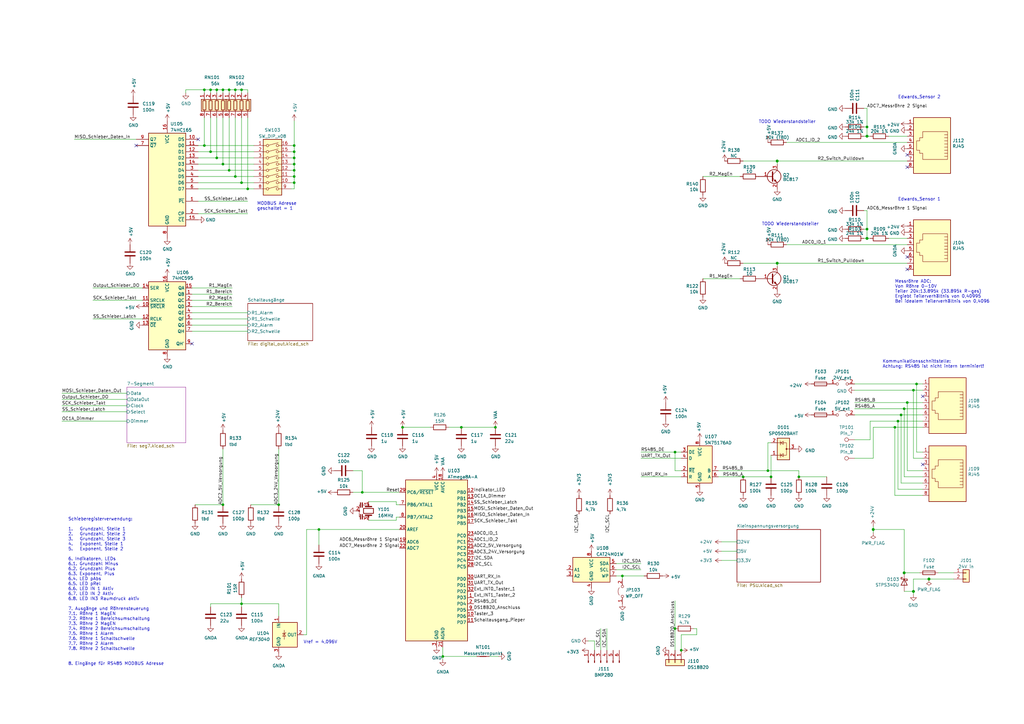
<source format=kicad_sch>
(kicad_sch (version 20220914) (generator eeschema)
  (paper "A3")
  (title_block (title "Vakkumanzeige für zwei aktive Vakuumsensoren") (date "2023-01-22") (rev "0.1") (company "Institut für theoretischen Igorismus") (comment 1 "Philipp Hörauf") (comment 2 "Sven Schneider"))
  (junction (at 120.65 69.85))
  (junction (at 318.77 66.04) (diameter 1.016))
  (junction (at 181.61 269.24))
  (junction (at 318.77 107.95) (diameter 1.016))
  (junction (at 316.23 195.58))
  (junction (at 120.65 72.39))
  (junction (at 114.3 207.01))
  (junction (at 120.65 74.93))
  (junction (at 372.11 165.1))
  (junction (at 120.65 59.69))
  (junction (at 93.98 36.83))
  (junction (at 120.65 67.31))
  (junction (at 86.36 62.23))
  (junction (at 86.36 36.83))
  (junction (at 83.82 59.69))
  (junction (at 88.9 36.83))
  (junction (at 255.27 236.22))
  (junction (at 99.06 74.93))
  (junction (at 91.44 207.01))
  (junction (at 374.65 160.02))
  (junction (at 369.57 170.18))
  (junction (at 304.8 195.58))
  (junction (at 355.6 93.98))
  (junction (at 355.6 97.79) (diameter 1.016))
  (junction (at 101.6 77.47))
  (junction (at 306.07 363.22) (diameter 1.016))
  (junction (at 189.23 175.26))
  (junction (at 130.81 217.17))
  (junction (at 83.82 36.83))
  (junction (at 358.14 217.17) (diameter 1.016))
  (junction (at 355.6 52.07))
  (junction (at 96.52 72.39))
  (junction (at 375.92 157.48))
  (junction (at 22.86 320.04) (diameter 1.016))
  (junction (at 276.86 185.42))
  (junction (at 96.52 36.83))
  (junction (at 88.9 64.77))
  (junction (at 22.86 322.58) (diameter 1.016))
  (junction (at 327.66 195.58))
  (junction (at 355.6 55.88) (diameter 1.016))
  (junction (at 120.65 64.77))
  (junction (at 370.84 167.64))
  (junction (at 203.2 175.26))
  (junction (at 314.96 193.04))
  (junction (at 91.44 67.31))
  (junction (at 381 237.49) (diameter 1.016))
  (junction (at 374.65 242.57) (diameter 1.016))
  (junction (at 367.03 175.26))
  (junction (at 276.86 257.81))
  (junction (at 283.21 313.69) (diameter 1.016))
  (junction (at 368.3 172.72))
  (junction (at 99.06 36.83))
  (junction (at 165.1 175.26))
  (junction (at 120.65 62.23))
  (junction (at 93.98 69.85))
  (junction (at 370.84 234.95) (diameter 1.016))
  (junction (at 148.59 201.93))
  (junction (at 91.44 36.83))
  (junction (at 99.06 247.65))
  (junction (at 309.88 363.22) (diameter 1.016))
  (junction (at 312.42 363.22) (diameter 1.016))
  (junction (at 279.4 266.7))
  (junction (at 298.45 328.93) (diameter 1.016))
  (no_connect (at 81.28 57.15))
  (no_connect (at 124.46 356.87))
  (no_connect (at 280.67 317.5))
  (no_connect (at 165.1 356.87))
  (no_connect (at 55.88 59.69))
  (no_connect (at 378.46 190.5))
  (no_connect (at 378.46 162.56))
  (no_connect (at 124.46 346.71))
  (no_connect (at 372.11 68.58))
  (no_connect (at 265.43 355.6))
  (no_connect (at 265.43 360.68))
  (no_connect (at 290.83 327.66))
  (no_connect (at 290.83 332.74))
  (no_connect (at 290.83 353.06))
  (no_connect (at 290.83 360.68))
  (no_connect (at 290.83 363.22))
  (no_connect (at 78.74 140.97))
  (no_connect (at 372.11 63.5))
  (no_connect (at 44.45 347.98))
  (no_connect (at 372.11 110.49))
  (no_connect (at 165.1 346.71))
  (no_connect (at 372.11 105.41))
  (no_connect (at 275.59 317.5))
  (wire (pts (xy 322.58 100.33) (xy 372.11 100.33)))
  (wire (pts (xy 316.23 186.69) (xy 316.23 195.58)))
  (wire (pts (xy 38.1 130.81) (xy 58.42 130.81)))
  (wire (pts (xy 314.96 193.04) (xy 327.66 193.04)))
  (wire (pts (xy 148.59 193.04) (xy 148.59 201.93)))
  (wire (pts (xy 378.46 187.96) (xy 374.65 187.96)))
  (wire (pts (xy 120.65 62.23) (xy 120.65 64.77)))
  (wire (pts (xy 25.4 161.29) (xy 52.07 161.29)))
  (wire (pts (xy 370.84 195.58) (xy 370.84 167.64)))
  (wire (pts (xy 350.52 167.64) (xy 370.84 167.64)))
  (wire (pts (xy 181.61 269.24) (xy 181.61 270.51)))
  (wire (pts (xy 309.88 363.22) (xy 309.88 364.49)))
  (wire (pts (xy 78.74 120.65) (xy 95.25 120.65)))
  (wire (pts (xy 378.46 165.1) (xy 372.11 165.1)))
  (wire (pts (xy 297.18 328.93) (xy 297.18 337.82)))
  (wire (pts (xy 297.18 337.82) (xy 290.83 337.82)))
  (wire (pts (xy 298.45 328.93) (xy 297.18 328.93)))
  (wire (pts (xy 302.26 328.93) (xy 298.45 328.93)))
  (wire (pts (xy 372.11 193.04) (xy 378.46 193.04)))
  (wire (pts (xy 38.1 123.19) (xy 58.42 123.19)))
  (wire (pts (xy 355.6 44.45) (xy 355.6 52.07)))
  (wire (pts (xy 248.92 257.81) (xy 248.92 266.7)))
  (wire (pts (xy 96.52 48.26) (xy 96.52 72.39)))
  (wire (pts (xy 119.38 64.77) (xy 120.65 64.77)))
  (wire (pts (xy 88.9 36.83) (xy 91.44 36.83)))
  (wire (pts (xy 355.6 93.98) (xy 355.6 97.79)))
  (wire (pts (xy 355.6 52.07) (xy 355.6 55.88)))
  (wire (pts (xy 38.1 118.11) (xy 58.42 118.11)))
  (wire (pts (xy 262.89 185.42) (xy 276.86 185.42)))
  (wire (pts (xy 78.74 125.73) (xy 95.25 125.73)))
  (wire (pts (xy 88.9 36.83) (xy 88.9 38.1)))
  (wire (pts (xy 285.75 260.35) (xy 285.75 257.81)))
  (wire (pts (xy 96.52 72.39) (xy 104.14 72.39)))
  (wire (pts (xy 368.3 172.72) (xy 378.46 172.72)))
  (wire (pts (xy 295.91 222.25) (xy 302.26 222.25)))
  (wire (pts (xy 86.36 36.83) (xy 88.9 36.83)))
  (wire (pts (xy 369.57 170.18) (xy 378.46 170.18)))
  (wire (pts (xy 370.84 217.17) (xy 358.14 217.17)))
  (wire (pts (xy 374.65 160.02) (xy 378.46 160.02)))
  (wire (pts (xy 306.07 355.6) (xy 290.83 355.6)))
  (wire (pts (xy 306.07 363.22) (xy 306.07 355.6)))
  (wire (pts (xy 309.88 363.22) (xy 306.07 363.22)))
  (wire (pts (xy 312.42 361.95) (xy 312.42 363.22)))
  (wire (pts (xy 312.42 363.22) (xy 309.88 363.22)))
  (wire (pts (xy 99.06 245.11) (xy 99.06 247.65)))
  (wire (pts (xy 91.44 48.26) (xy 91.44 67.31)))
  (wire (pts (xy 162.56 207.01) (xy 163.83 207.01)))
  (wire (pts (xy 355.6 86.36) (xy 355.6 93.98)))
  (wire (pts (xy 144.78 193.04) (xy 148.59 193.04)))
  (wire (pts (xy 93.98 36.83) (xy 93.98 38.1)))
  (wire (pts (xy 86.36 247.65) (xy 86.36 248.92)))
  (wire (pts (xy 78.74 135.89) (xy 101.6 135.89)))
  (wire (pts (xy 96.52 36.83) (xy 99.06 36.83)))
  (wire (pts (xy 78.74 123.19) (xy 95.25 123.19)))
  (wire (pts (xy 355.6 55.88) (xy 354.33 55.88)))
  (wire (pts (xy 318.77 67.31) (xy 318.77 66.04)))
  (wire (pts (xy 356.87 172.72) (xy 368.3 172.72)))
  (wire (pts (xy 241.3 262.89) (xy 243.84 262.89)))
  (wire (pts (xy 356.87 180.34) (xy 356.87 172.72)))
  (wire (pts (xy 355.6 93.98) (xy 354.33 93.98)))
  (wire (pts (xy 288.29 72.39) (xy 303.53 72.39)))
  (wire (pts (xy 350.52 187.96) (xy 358.14 187.96)))
  (wire (pts (xy 378.46 198.12) (xy 369.57 198.12)))
  (wire (pts (xy 368.3 200.66) (xy 368.3 172.72)))
  (wire (pts (xy 374.65 242.57) (xy 370.84 242.57)))
  (wire (pts (xy 119.38 72.39) (xy 120.65 72.39)))
  (wire (pts (xy 81.28 69.85) (xy 93.98 69.85)))
  (wire (pts (xy 81.28 77.47) (xy 101.6 77.47)))
  (wire (pts (xy 391.16 237.49) (xy 381 237.49)))
  (wire (pts (xy 375.92 185.42) (xy 375.92 157.48)))
  (wire (pts (xy 181.61 269.24) (xy 195.58 269.24)))
  (wire (pts (xy 81.28 64.77) (xy 88.9 64.77)))
  (wire (pts (xy 369.57 198.12) (xy 369.57 170.18)))
  (wire (pts (xy 30.48 57.15) (xy 55.88 57.15)))
  (wire (pts (xy 189.23 175.26) (xy 203.2 175.26)))
  (wire (pts (xy 200.66 269.24) (xy 204.47 269.24)))
  (wire (pts (xy 356.87 97.79) (xy 355.6 97.79)))
  (wire (pts (xy 83.82 59.69) (xy 104.14 59.69)))
  (wire (pts (xy 81.28 74.93) (xy 99.06 74.93)))
  (wire (pts (xy 381 237.49) (xy 374.65 237.49)))
  (wire (pts (xy 374.65 242.57) (xy 374.65 237.49)))
  (wire (pts (xy 374.65 243.84) (xy 374.65 242.57)))
  (wire (pts (xy 163.83 212.09) (xy 162.56 212.09)))
  (wire (pts (xy 378.46 185.42) (xy 375.92 185.42)))
  (wire (pts (xy 101.6 36.83) (xy 101.6 38.1)))
  (wire (pts (xy 25.4 163.83) (xy 52.07 163.83)))
  (wire (pts (xy 285.75 257.81) (xy 284.48 257.81)))
  (wire (pts (xy 91.44 36.83) (xy 91.44 38.1)))
  (wire (pts (xy 276.86 193.04) (xy 276.86 185.42)))
  (wire (pts (xy 350.52 165.1) (xy 372.11 165.1)))
  (wire (pts (xy 78.74 118.11) (xy 95.25 118.11)))
  (wire (pts (xy 81.28 72.39) (xy 96.52 72.39)))
  (wire (pts (xy 76.2 36.83) (xy 83.82 36.83)))
  (wire (pts (xy 99.06 247.65) (xy 86.36 247.65)))
  (wire (pts (xy 22.86 320.04) (xy 22.86 322.58)))
  (wire (pts (xy 22.86 322.58) (xy 22.86 325.12)))
  (wire (pts (xy 252.73 231.14) (xy 262.89 231.14)))
  (wire (pts (xy 119.38 77.47) (xy 120.65 77.47)))
  (wire (pts (xy 295.91 226.06) (xy 302.26 226.06)))
  (wire (pts (xy 83.82 48.26) (xy 83.82 59.69)))
  (wire (pts (xy 377.19 234.95) (xy 370.84 234.95)))
  (wire (pts (xy 288.29 114.3) (xy 303.53 114.3)))
  (wire (pts (xy 148.59 201.93) (xy 163.83 201.93)))
  (wire (pts (xy 355.6 97.79) (xy 354.33 97.79)))
  (wire (pts (xy 276.86 246.38) (xy 276.86 257.81)))
  (wire (pts (xy 102.87 207.01) (xy 114.3 207.01)))
  (wire (pts (xy 83.82 36.83) (xy 83.82 38.1)))
  (wire (pts (xy 25.4 335.28) (xy 44.45 335.28)))
  (wire (pts (xy 276.86 257.81) (xy 276.86 266.7)))
  (wire (pts (xy 99.06 247.65) (xy 114.3 247.65)))
  (wire (pts (xy 372.11 107.95) (xy 318.77 107.95)))
  (wire (pts (xy 25.4 325.12) (xy 44.45 325.12)))
  (wire (pts (xy 372.11 66.04) (xy 318.77 66.04)))
  (wire (pts (xy 96.52 36.83) (xy 96.52 38.1)))
  (wire (pts (xy 120.65 74.93) (xy 120.65 77.47)))
  (wire (pts (xy 243.84 262.89) (xy 243.84 266.7)))
  (wire (pts (xy 88.9 48.26) (xy 88.9 64.77)))
  (wire (pts (xy 125.73 260.35) (xy 125.73 217.17)))
  (wire (pts (xy 165.1 175.26) (xy 176.53 175.26)))
  (wire (pts (xy 99.06 247.65) (xy 99.06 248.92)))
  (wire (pts (xy 306.07 363.22) (xy 306.07 364.49)))
  (wire (pts (xy 246.38 257.81) (xy 246.38 266.7)))
  (wire (pts (xy 120.65 72.39) (xy 120.65 74.93)))
  (wire (pts (xy 119.38 69.85) (xy 120.65 69.85)))
  (wire (pts (xy 101.6 48.26) (xy 101.6 77.47)))
  (wire (pts (xy 119.38 74.93) (xy 120.65 74.93)))
  (wire (pts (xy 20.32 322.58) (xy 20.32 335.28)))
  (wire (pts (xy 20.32 335.28) (xy 22.86 335.28)))
  (wire (pts (xy 22.86 322.58) (xy 20.32 322.58)))
  (wire (pts (xy 391.16 234.95) (xy 384.81 234.95)))
  (wire (pts (xy 101.6 77.47) (xy 104.14 77.47)))
  (wire (pts (xy 356.87 55.88) (xy 355.6 55.88)))
  (wire (pts (xy 99.06 74.93) (xy 104.14 74.93)))
  (wire (pts (xy 318.77 66.04) (xy 304.8 66.04)))
  (wire (pts (xy 99.06 48.26) (xy 99.06 74.93)))
  (wire (pts (xy 294.64 195.58) (xy 304.8 195.58)))
  (wire (pts (xy 294.64 193.04) (xy 314.96 193.04)))
  (wire (pts (xy 99.06 36.83) (xy 101.6 36.83)))
  (wire (pts (xy 354.33 44.45) (xy 355.6 44.45)))
  (wire (pts (xy 295.91 229.87) (xy 302.26 229.87)))
  (wire (pts (xy 242.57 332.74) (xy 246.38 332.74)))
  (wire (pts (xy 254 332.74) (xy 265.43 332.74)))
  (wire (pts (xy 86.36 48.26) (xy 86.36 62.23)))
  (wire (pts (xy 165.1 341.63) (xy 189.23 341.63)))
  (wire (pts (xy 367.03 175.26) (xy 378.46 175.26)))
  (wire (pts (xy 367.03 203.2) (xy 367.03 175.26)))
  (wire (pts (xy 252.73 233.68) (xy 262.89 233.68)))
  (wire (pts (xy 81.28 87.63) (xy 101.6 87.63)))
  (wire (pts (xy 370.84 167.64) (xy 378.46 167.64)))
  (wire (pts (xy 93.98 36.83) (xy 96.52 36.83)))
  (wire (pts (xy 78.74 128.27) (xy 101.6 128.27)))
  (wire (pts (xy 318.77 109.22) (xy 318.77 107.95)))
  (wire (pts (xy 91.44 184.15) (xy 91.44 207.01)))
  (wire (pts (xy 125.73 217.17) (xy 130.81 217.17)))
  (wire (pts (xy 372.11 55.88) (xy 364.49 55.88)))
  (wire (pts (xy 25.4 166.37) (xy 52.07 166.37)))
  (wire (pts (xy 81.28 67.31) (xy 91.44 67.31)))
  (wire (pts (xy 358.14 175.26) (xy 367.03 175.26)))
  (wire (pts (xy 262.89 187.96) (xy 279.4 187.96)))
  (wire (pts (xy 81.28 62.23) (xy 86.36 62.23)))
  (wire (pts (xy 120.65 64.77) (xy 120.65 67.31)))
  (wire (pts (xy 120.65 67.31) (xy 120.65 69.85)))
  (wire (pts (xy 88.9 64.77) (xy 104.14 64.77)))
  (wire (pts (xy 162.56 212.09) (xy 162.56 213.36)))
  (wire (pts (xy 120.65 69.85) (xy 120.65 72.39)))
  (wire (pts (xy 151.13 213.36) (xy 162.56 213.36)))
  (wire (pts (xy 262.89 195.58) (xy 279.4 195.58)))
  (wire (pts (xy 86.36 62.23) (xy 104.14 62.23)))
  (wire (pts (xy 279.4 193.04) (xy 276.86 193.04)))
  (wire (pts (xy 255.27 236.22) (xy 255.27 237.49)))
  (wire (pts (xy 354.33 86.36) (xy 355.6 86.36)))
  (wire (pts (xy 25.4 168.91) (xy 52.07 168.91)))
  (wire (pts (xy 80.01 207.01) (xy 91.44 207.01)))
  (wire (pts (xy 370.84 217.17) (xy 370.84 234.95)))
  (wire (pts (xy 372.11 165.1) (xy 372.11 193.04)))
  (wire (pts (xy 312.42 363.22) (xy 317.5 363.22)))
  (wire (pts (xy 317.5 363.22) (xy 317.5 364.49)))
  (wire (pts (xy 304.8 195.58) (xy 316.23 195.58)))
  (wire (pts (xy 76.2 38.1) (xy 76.2 36.83)))
  (wire (pts (xy 378.46 200.66) (xy 368.3 200.66)))
  (wire (pts (xy 378.46 195.58) (xy 370.84 195.58)))
  (wire (pts (xy 318.77 107.95) (xy 304.8 107.95)))
  (wire (pts (xy 358.14 215.9) (xy 358.14 217.17)))
  (wire (pts (xy 358.14 217.17) (xy 358.14 218.44)))
  (wire (pts (xy 252.73 236.22) (xy 255.27 236.22)))
  (wire (pts (xy 21.59 320.04) (xy 22.86 320.04)))
  (wire (pts (xy 22.86 320.04) (xy 44.45 320.04)))
  (wire (pts (xy 184.15 175.26) (xy 189.23 175.26)))
  (wire (pts (xy 144.78 201.93) (xy 148.59 201.93)))
  (wire (pts (xy 358.14 187.96) (xy 358.14 175.26)))
  (wire (pts (xy 327.66 195.58) (xy 339.09 195.58)))
  (wire (pts (xy 314.96 181.61) (xy 316.23 181.61)))
  (wire (pts (xy 350.52 180.34) (xy 356.87 180.34)))
  (wire (pts (xy 283.21 312.42) (xy 283.21 313.69)))
  (wire (pts (xy 283.21 313.69) (xy 283.21 317.5)))
  (wire (pts (xy 25.4 172.72) (xy 52.07 172.72)))
  (wire (pts (xy 130.81 217.17) (xy 163.83 217.17)))
  (wire (pts (xy 119.38 67.31) (xy 120.65 67.31)))
  (wire (pts (xy 81.28 59.69) (xy 83.82 59.69)))
  (wire (pts (xy 322.58 58.42) (xy 372.11 58.42)))
  (wire (pts (xy 350.52 157.48) (xy 375.92 157.48)))
  (wire (pts (xy 350.52 160.02) (xy 374.65 160.02)))
  (wire (pts (xy 327.66 193.04) (xy 327.66 195.58)))
  (wire (pts (xy 165.1 351.79) (xy 189.23 351.79)))
  (wire (pts (xy 93.98 48.26) (xy 93.98 69.85)))
  (wire (pts (xy 78.74 133.35) (xy 101.6 133.35)))
  (wire (pts (xy 350.52 170.18) (xy 369.57 170.18)))
  (wire (pts (xy 114.3 247.65) (xy 114.3 252.73)))
  (wire (pts (xy 279.4 260.35) (xy 285.75 260.35)))
  (wire (pts (xy 91.44 36.83) (xy 93.98 36.83)))
  (wire (pts (xy 119.38 62.23) (xy 120.65 62.23)))
  (wire (pts (xy 120.65 59.69) (xy 120.65 62.23)))
  (wire (pts (xy 355.6 52.07) (xy 354.33 52.07)))
  (wire (pts (xy 130.81 217.17) (xy 130.81 223.52)))
  (wire (pts (xy 78.74 130.81) (xy 101.6 130.81)))
  (wire (pts (xy 81.28 82.55) (xy 101.6 82.55)))
  (wire (pts (xy 375.92 157.48) (xy 378.46 157.48)))
  (wire (pts (xy 99.06 36.83) (xy 99.06 38.1)))
  (wire (pts (xy 124.46 260.35) (xy 125.73 260.35)))
  (wire (pts (xy 151.13 205.74) (xy 162.56 205.74)))
  (wire (pts (xy 279.4 260.35) (xy 279.4 266.7)))
  (wire (pts (xy 120.65 49.53) (xy 120.65 59.69)))
  (wire (pts (xy 114.3 184.15) (xy 114.3 207.01)))
  (wire (pts (xy 162.56 205.74) (xy 162.56 207.01)))
  (wire (pts (xy 91.44 67.31) (xy 104.14 67.31)))
  (wire (pts (xy 378.46 203.2) (xy 367.03 203.2)))
  (wire (pts (xy 372.11 97.79) (xy 364.49 97.79)))
  (wire (pts (xy 255.27 236.22) (xy 264.16 236.22)))
  (wire (pts (xy 83.82 36.83) (xy 86.36 36.83)))
  (wire (pts (xy 276.86 185.42) (xy 279.4 185.42)))
  (wire (pts (xy 314.96 193.04) (xy 314.96 181.61)))
  (wire (pts (xy 374.65 187.96) (xy 374.65 160.02)))
  (wire (pts (xy 86.36 36.83) (xy 86.36 38.1)))
  (wire (pts (xy 93.98 69.85) (xy 104.14 69.85)))
  (wire (pts (xy 119.38 59.69) (xy 120.65 59.69)))
  (wire (pts (xy 181.61 265.43) (xy 181.61 269.24)))
  (text "Messröhre ADC:\nVon Röhre 0-10V\nTeiler 20k:13.895k (33.895k R-ges)\nErgiebt Teilerverhältnis von 0,40995\nBei idealem Teilerverhältnis von 0,4096\n" (at 367.03 124.46 0) (effects (font (size 1.27 1.27)) (justify left bottom)))
  (text "MODBUS Adresse\ngeschaltet = 1" (at 105.41 86.36 0) (effects (font (size 1.27 1.27)) (justify left bottom)))
  (text "Edwards_Sensor 2\n" (at 368.3 40.64 0) (effects (font (size 1.27 1.27)) (justify left bottom)))
  (text "TODO Wiederstandsteiler" (at 311.15 50.8 0) (effects (font (size 1.27 1.27)) (justify left bottom)))
  (text "Edwards_Sensor 1" (at 368.3 82.55 0) (effects (font (size 1.27 1.27)) (justify left bottom)))
  (text "Kommunikationsschnittstelle:\nAchtung: RS485 ist nicht intern terminiert!" (at 361.95 151.13 0) (effects (font (size 1.27 1.27)) (justify left bottom)))
  (text "Schieberegisterverwendung: \n\n1.   Grundzahl, Stelle 1\n2.   Grundzahl, Stelle 2\n3.   Grundzahl, Stelle 3\n4.   Exponent, Stelle 1\n5.   Exponent, Stelle 2\n\n6. Indikatoren, LEDs\n6.1. Grundzahl Minus\n6.2. Grundzahl Plus\n6.3. Exponent, Plus\n6.4. LED pAbs\n6.5. LED pRel\n6.6. LED IN 1 Aktiv\n6.7. LED IN 2 Aktiv\n6.8. LED IN3 Raumdruck aktiv\n\n7. Ausgänge und Röhrensteuerung\n7.1. Röhre 1 MagEN\n7.2. Röhre 1 Bereichsumschaltung\n7.3. Röhre 2 MagEN\n7.4. Röhre 2 Bereichsumschaltung\n7.5. Röhre 1 Alarm\n7.6. Röhre 1 Schaltschwelle\n7.7. Röhre 2 Alarm\n7.8. Röhre 2 Schaltschwelle\n\n\n8. Eingänge für RS485 MODBUS Adresse\n" (at 27.94 273.05 0) (effects (font (size 1.27 1.27)) (justify left bottom)))
  (text "TODO Wiederstandsteiler" (at 312.42 92.71 0) (effects (font (size 1.27 1.27)) (justify left bottom)))
  (text "Vref = 4,096V" (at 124.46 264.16 0) (effects (font (size 1.27 1.27)) (justify left bottom)))
  (label "Pirani_ADC" (at 290.83 342.9 0))
  (label "ADC2_5V_Versorgung" (at 91.44 207.01 90))
  (label "UART_TX_Out" (at 262.89 187.96 0))
  (label "RS485_A" (at 304.8 195.58 180))
  (label "SS_Schieber_Latch" (at 194.31 207.01 0))
  (label "I2C_SDA" (at 262.89 231.14 180))
  (label "SS_Schieber_Latch" (at 25.4 168.91 0))
  (label "OC1A_Dimmer" (at 25.4 172.72 0))
  (label "RX_2" (at 196.85 351.79 0))
  (label "7SegClk" (at 265.43 340.36 180))
  (label "TX_2" (at 124.46 341.63 180))
  (label "R2_MagEn" (at 290.83 72.39 0))
  (label "I2C_SCL" (at 262.89 233.68 180))
  (label "MISO_Schieber_Daten_In" (at 30.48 57.15 0))
  (label "DS18B20_Anschluss" (at 194.31 250.19 0))
  (label "Magnetron_Trip" (at 265.43 353.06 180))
  (label "Main_ON" (at 265.43 358.14 180))
  (label "R1_MagEn" (at 95.25 118.11 180))
  (label "MISO_Schieber_Daten_In" (at 194.31 212.09 0))
  (label "24_Ext" (at 44.45 314.96 180))
  (label "R1_MagEn" (at 290.83 114.3 0))
  (label "PumpAnalog" (at 312.42 354.33 180))
  (label "SCK_Schieber_Takt" (at 38.1 123.19 0))
  (label "24_Ext" (at 44.45 340.36 180))
  (label "ADC3_24V_Versorgung" (at 194.31 227.33 0))
  (label "Reset" (at 163.83 201.93 180))
  (label "I2C_SCL" (at 250.19 210.82 270))
  (label "Tacho" (at 260.35 332.74 180))
  (label "MOSI_Schieber_Daten_Out" (at 25.4 161.29 0))
  (label "I2C_SCL" (at 246.38 257.81 270))
  (label "RX_2" (at 124.46 351.79 180))
  (label "UART_RX_In" (at 262.89 195.58 0))
  (label "Pirani_Ident" (at 290.83 350.52 0))
  (label "Indikator_LED" (at 194.31 201.93 0))
  (label "24_Ext" (at 44.45 327.66 180))
  (label "I2C_SDA" (at 194.31 229.87 0))
  (label "Magnetron_ADC" (at 290.83 345.44 0))
  (label "RS485_DE" (at 194.31 247.65 0))
  (label "ADC7_Messröhre 2 Signal" (at 355.6 44.45 0))
  (label "R2_Switch_Pulldown" (at 335.28 66.04 0))
  (label "7SegEN" (at 265.43 337.82 180))
  (label "ADC0_ID_1" (at 328.93 100.33 0))
  (label "SS_Schieber_Latch" (at 38.1 130.81 0))
  (label "RS485_B" (at 304.8 193.04 180))
  (label "TX" (at 265.43 327.66 180))
  (label "EnableAll" (at 265.43 342.9 180))
  (label "TX_2" (at 196.85 367.03 0))
  (label "Ext_INT0_Taster_1" (at 194.31 242.57 0))
  (label "OC1A_Dimmer" (at 194.31 204.47 0))
  (label "I2C_SDA" (at 248.92 257.81 270))
  (label "GND_Ref" (at 35.56 320.04 180))
  (label "R2_MagEn" (at 95.25 123.19 180))
  (label "R1_Bereich" (at 95.25 120.65 180))
  (label "Output_Schieber_DO" (at 38.1 118.11 0))
  (label "SS_Schieber_Latch" (at 101.6 82.55 180))
  (label "ADC6_Messröhre 1 Signal" (at 355.6 86.36 0))
  (label "Ext_INT1_Taster_2" (at 194.31 245.11 0))
  (label "RX" (at 265.43 330.2 180))
  (label "DS18B20_Anschluss" (at 276.86 246.38 270))
  (label "ADC3_24V_Versorgung" (at 114.3 207.01 90))
  (label "RS232_RX" (at 44.45 345.44 180))
  (label "ADC7_Messröhre 2 Signal" (at 163.83 224.79 180))
  (label "24_Ext" (at 242.57 330.2 0))
  (label "RS485_B" (at 350.52 165.1 0))
  (label "RX_2" (at 196.85 360.68 0))
  (label "I2C_SDA" (at 237.49 210.82 270))
  (label "TX_2" (at 196.85 341.63 0))
  (label "7SegData" (at 265.43 335.28 180))
  (label "Magnetron_Setpoint_ADC" (at 290.83 347.98 0))
  (label "ADC2_5V_Versorgung" (at 194.31 224.79 0))
  (label "Serial" (at 33.02 335.28 180))
  (label "PumpAnalog_5V" (at 306.07 358.14 180))
  (label "UART_TX_Out" (at 194.31 240.03 0))
  (label "RS232_RX" (at 165.1 351.79 0))
  (label "TX_2" (at 265.43 347.98 180))
  (label "ADC1_ID_2" (at 326.39 58.42 0))
  (label "RS232_TX" (at 165.1 341.63 0))
  (label "Taster_3" (at 194.31 252.73 0))
  (label "RS485_DE" (at 262.89 185.42 0))
  (label "SCK_Schieber_Takt" (at 101.6 87.63 180))
  (label "Output_Schieber_DO" (at 25.4 163.83 0))
  (label "ADC1_ID_2" (at 194.31 222.25 0))
  (label "RX_2" (at 265.43 350.52 180))
  (label "RS485_A" (at 350.52 167.64 0))
  (label "Start" (at 38.1 325.12 180))
  (label "MOSI_Schieber_Daten_Out" (at 194.31 209.55 0))
  (label "I2C_SCL" (at 194.31 232.41 0))
  (label "R2_Bereich" (at 95.25 125.73 180))
  (label "RS232_TX" (at 44.45 330.2 180))
  (label "ADC6_Messröhre 1 Signal" (at 163.83 222.25 180))
  (label "Schaltausgang_Pieper" (at 194.31 255.27 0))
  (label "UART_RX_In" (at 194.31 237.49 0))
  (label "ADC0_ID_1" (at 194.31 219.71 0))
  (label "SCK_Schieber_Takt" (at 194.31 214.63 0))
  (label "Magnetron_Enable" (at 265.43 345.44 180))
  (label "SCK_Schieber_Takt" (at 25.4 166.37 0))
  (label "PumpAnalog" (at 44.45 317.5 180))
  (label "R1_Switch_Pulldown" (at 335.28 107.95 0))
  (label "TX" (at 189.23 367.03 180))
  (label "RX" (at 189.23 360.68 180))
  (symbol (lib_id "power:GND") (at 346.71 93.98 270) (mirror x) (unit 1)
    (default_instance (reference "") (unit 1) (value "") (footprint ""))
    (property "Reference" "#PWR0129" (effects hide))
    (property "Value" "GND" (at 343.5349 94.3685 90) (effects (justify right)))
  )
  (symbol (lib_id "power:GND") (at 146.05 209.55 270) (unit 1)
    (default_instance (reference "") (unit 1) (value "") (footprint ""))
    (property "Reference" "#PWR0105" (effects hide))
    (property "Value" "GND" (at 141.6558 209.677 0))
  )
  (symbol (lib_id "power:GND") (at 181.61 322.58 0) (unit 1)
    (default_instance (reference "") (unit 1) (value "") (footprint ""))
    (property "Reference" "#PWR0112" (effects hide))
    (property "Value" "GND" (at 181.61 326.9044 0))
  )
  (symbol (lib_id "power:+5V") (at 165.1 175.26 0) (unit 1)
    (default_instance (reference "") (unit 1) (value "") (footprint ""))
    (property "Reference" "#PWR0162" (effects hide))
    (property "Value" "+5V" (at 165.4683 172.0849 90) (effects (justify left)))
  )
  (symbol (lib_id "power:+5V") (at 53.34 100.33 0) (unit 1)
    (default_instance (reference "") (unit 1) (value "") (footprint ""))
    (property "Reference" "#PWR0162" (effects hide))
    (property "Value" "+5V" (at 53.7083 97.1549 90) (effects (justify left)))
  )
  (symbol (lib_id "Device:R") (at 237.49 207.01 180) (unit 1)
    (default_instance (reference "R127") (unit 1) (value "100k") (footprint ""))
    (property "Reference" "R135" (at 240.03 206.375 0) (effects (justify right)))
    (property "Value" "4,7k" (at 240.03 208.915 0) (effects (justify right)))
  )
  (symbol (lib_id "power:PWR_FLAG") (at 381 237.49 0) (mirror x) (unit 1)
    (default_instance (reference "") (unit 1) (value "") (footprint ""))
    (property "Reference" "#FLG0102" (effects hide))
    (property "Value" "PWR_FLAG" (at 381 241.8144 0))
  )
  (symbol (lib_id "Device:C") (at 203.2 179.07 0) (unit 1)
    (default_instance (reference "C114") (unit 1) (value "100n") (footprint ""))
    (property "Reference" "C121" (at 207.01 178.435 0) (effects (justify left)))
    (property "Value" "22u" (at 207.01 180.975 0) (effects (justify left)))
  )
  (symbol (lib_id "Device:Fuse") (at 336.55 170.18 90) (mirror x) (unit 1)
    (default_instance (reference "") (unit 1) (value "") (footprint ""))
    (property "Reference" "F104" (at 336.55 165.1 90))
    (property "Value" "Fuse" (at 336.55 167.64 90))
    (property "Footprint" "Resistor_SMD:R_1210_3225Metric" (effects hide))
  )
  (symbol (lib_id "power:VAA") (at 181.61 194.31 0) (unit 1)
    (default_instance (reference "#PWR?") (unit 1) (value "VAA") (footprint ""))
    (property "Reference" "#PWR?" (effects hide))
    (property "Value" "VAA" (at 181.61 189.23 90))
  )
  (symbol (lib_id "Device:C") (at 339.09 199.39 0) (unit 1)
    (default_instance (reference "C125") (unit 1) (value "100p") (footprint ""))
    (property "Reference" "C126" (at 342.9 198.755 0) (effects (justify left)))
    (property "Value" "100p" (at 342.9 201.295 0) (effects (justify left)))
  )
  (symbol (lib_id "Device:R") (at 250.19 207.01 180) (unit 1)
    (default_instance (reference "R127") (unit 1) (value "100k") (footprint ""))
    (property "Reference" "R136" (at 252.73 206.375 0) (effects (justify right)))
    (property "Value" "4,7k" (at 252.73 208.915 0) (effects (justify right)))
  )
  (symbol (lib_id "power:+24V") (at 332.74 157.48 90) (unit 1)
    (default_instance (reference "#PWR?") (unit 1) (value "+24V") (footprint ""))
    (property "Reference" "#PWR?" (effects hide))
    (property "Value" "+24V" (at 328.93 158.115 90) (effects (justify left)))
  )
  (symbol (lib_id "power:GNDA") (at 372.11 60.96 270) (unit 1)
    (default_instance (reference "#PWR?") (unit 1) (value "GNDA") (footprint ""))
    (property "Reference" "#PWR?" (effects hide))
    (property "Value" "GNDA" (at 367.03 60.96 0))
  )
  (symbol (lib_id "power:+24V") (at 372.11 50.8 90) (mirror x) (unit 1)
    (default_instance (reference "") (unit 1) (value "") (footprint ""))
    (property "Reference" "#PWR0126" (effects hide))
    (property "Value" "+24V" (at 368.9349 51.1683 90) (effects (justify left)))
  )
  (symbol (lib_id "power:+5V") (at 314.96 58.42 0) (unit 1)
    (default_instance (reference "") (unit 1) (value "") (footprint ""))
    (property "Reference" "#PWR0162" (effects hide))
    (property "Value" "+5V" (at 315.3283 55.2449 90) (effects (justify left)))
  )
  (symbol (lib_id "power:GNDPWR") (at 71.12 353.06 0) (unit 1)
    (default_instance (reference "") (unit 1) (value "") (footprint ""))
    (property "Reference" "#PWR0146" (effects hide))
    (property "Value" "GNDPWR" (at 70.993 356.978 0))
  )
  (symbol (lib_id "power:VAA") (at 203.2 175.26 0) (unit 1)
    (default_instance (reference "#PWR?") (unit 1) (value "VAA") (footprint ""))
    (property "Reference" "#PWR?" (effects hide))
    (property "Value" "VAA" (at 203.2 170.18 90))
  )
  (symbol (lib_id "Device:R") (at 307.34 114.3 90) (mirror x) (unit 1)
    (default_instance (reference "") (unit 1) (value "") (footprint ""))
    (property "Reference" "R113" (at 307.34 110.4519 90))
    (property "Value" "10" (at 307.34 112.2141 90))
    (property "Footprint" "Resistor_SMD:R_0603_1608Metric" (effects hide))
  )
  (symbol (lib_id "Connector:TestPoint") (at 350.52 180.34 90) (unit 1)
    (default_instance (reference "TP101") (unit 1) (value "TestPoint") (footprint ""))
    (property "Reference" "TP101" (at 347.218 175.26 90))
    (property "Value" "Pin_7" (at 347.218 177.8 90))
  )
  (symbol (lib_id "Device:R") (at 304.8 199.39 0) (unit 1)
    (default_instance (reference "R127") (unit 1) (value "100k") (footprint ""))
    (property "Reference" "R127" (at 307.34 198.755 0) (effects (justify left)))
    (property "Value" "100k" (at 307.34 201.295 0) (effects (justify left)))
  )
  (symbol (lib_id "power:PWR_FLAG") (at 358.14 218.44 0) (mirror x) (unit 1)
    (default_instance (reference "") (unit 1) (value "") (footprint ""))
    (property "Reference" "#FLG0101" (effects hide))
    (property "Value" "PWR_FLAG" (at 358.14 222.7644 0))
  )
  (symbol (lib_id "power:+5V") (at 283.21 312.42 0) (unit 1)
    (default_instance (reference "") (unit 1) (value "") (footprint ""))
    (property "Reference" "#PWR0117" (effects hide))
    (property "Value" "+5V" (at 283.5783 309.2449 90) (effects (justify left)))
  )
  (symbol (lib_id "Connector:Conn_01x03_Male") (at 237.49 332.74 0) (unit 1)
    (default_instance (reference "") (unit 1) (value "") (footprint ""))
    (property "Reference" "J107" (at 240.1824 326.5128 0))
    (property "Value" "Conn_01x03_Male" (at 240.1824 328.8115 0))
    (property "Footprint" "Connector_PinSocket_2.54mm:PinSocket_1x03_P2.54mm_Vertical" (effects hide))
  )
  (symbol (lib_id "power:GND") (at 327.66 203.2 0) (mirror y) (unit 1)
    (default_instance (reference "") (unit 1) (value "") (footprint ""))
    (property "Reference" "#PWR0139" (effects hide))
    (property "Value" "GND" (at 327.66 207.5244 0))
  )
  (symbol (lib_id "Device:R") (at 360.68 97.79 270) (mirror x) (unit 1)
    (default_instance (reference "") (unit 1) (value "") (footprint ""))
    (property "Reference" "R109" (at 360.68 93.9419 90))
    (property "Value" "20k 1%" (at 360.68 95.7041 90))
    (property "Footprint" "Resistor_SMD:R_0603_1608Metric" (effects hide))
  )
  (symbol (lib_id "power:+3.3V") (at 241.3 266.7 90) (unit 1)
    (default_instance (reference "#PWR?") (unit 1) (value "+3.3V") (footprint ""))
    (property "Reference" "#PWR?" (effects hide))
    (property "Value" "+3.3V" (at 237.49 267.335 90) (effects (justify left)))
  )
  (symbol (lib_id "power:GND") (at 189.23 182.88 0) (unit 1)
    (default_instance (reference "") (unit 1) (value "") (footprint ""))
    (property "Reference" "#PWR0105" (effects hide))
    (property "Value" "GND" (at 189.357 187.2742 0))
  )
  (symbol (lib_id "power:PWR_FLAG") (at 283.21 313.69 270) (unit 1)
    (default_instance (reference "") (unit 1) (value "") (footprint ""))
    (property "Reference" "#FLG0103" (effects hide))
    (property "Value" "PWR_FLAG" (at 287.5344 313.69 0))
  )
  (symbol (lib_id "power:Earth") (at 63.5 346.71 0) (unit 1)
    (default_instance (reference "") (unit 1) (value "") (footprint ""))
    (property "Reference" "#PWR0150" (effects hide))
    (property "Value" "Earth" (effects hide))
  )
  (symbol (lib_id "power:GND") (at 274.32 266.7 270) (unit 1)
    (default_instance (reference "") (unit 1) (value "") (footprint ""))
    (property "Reference" "#PWR0105" (effects hide))
    (property "Value" "GND" (at 269.9258 266.827 0))
  )
  (symbol (lib_id "power:+5V") (at 332.74 170.18 90) (mirror x) (unit 1)
    (default_instance (reference "") (unit 1) (value "") (footprint ""))
    (property "Reference" "#PWR0134" (effects hide))
    (property "Value" "+5V" (at 329.5649 170.5483 90) (effects (justify left)))
  )
  (symbol (lib_id "power:+5V") (at 99.06 237.49 0) (unit 1)
    (default_instance (reference "") (unit 1) (value "") (footprint ""))
    (property "Reference" "#PWR0162" (effects hide))
    (property "Value" "+5V" (at 99.4283 234.3149 90) (effects (justify left)))
  )
  (symbol (lib_id "Device:R") (at 193.04 351.79 90) (unit 1)
    (default_instance (reference "") (unit 1) (value "") (footprint ""))
    (property "Reference" "R116" (at 193.04 347.3408 90))
    (property "Value" "Open" (at 193.04 349.6395 90))
    (property "Footprint" "Resistor_SMD:R_0805_2012Metric" (effects hide))
  )
  (symbol (lib_id "power:+5V") (at 58.42 125.73 90) (unit 1)
    (default_instance (reference "") (unit 1) (value "") (footprint ""))
    (property "Reference" "#PWR0208" (effects hide))
    (property "Value" "+5V" (at 55.245 126.1185 90) (effects (justify left)))
  )
  (symbol (lib_id "Device:R") (at 250.19 332.74 270) (unit 1)
    (default_instance (reference "") (unit 1) (value "") (footprint ""))
    (property "Reference" "R121" (at 250.19 328.2908 90))
    (property "Value" "10" (at 250.19 330.5895 90))
    (property "Footprint" "Resistor_SMD:R_0603_1608Metric" (effects hide))
  )
  (symbol (lib_name "Device:D_Schottky_1") (lib_id "Device:D_Schottky") (at 370.84 238.76 90) (mirror x) (unit 1)
    (default_instance (reference "") (unit 1) (value "") (footprint ""))
    (property "Reference" "D103" (at 368.8334 237.5916 90) (effects (justify left)))
    (property "Value" "STPS340U" (at 368.8334 239.903 90) (effects (justify left)))
    (property "Footprint" "Diode_SMD:D_SMB" (effects hide))
    (property "Datasheet" "https://www.st.com/resource/en/datasheet/CD00000844.pdf" (effects hide))
  )
  (symbol (lib_id "Transistor_BJT:BC817") (at 316.23 72.39 0) (unit 1)
    (default_instance (reference "Q1") (unit 1) (value "BC817") (footprint "Package_TO_SOT_SMD:SOT-23"))
    (property "Reference" "Q2" (at 321.0814 71.7955 0) (effects (justify left)))
    (property "Value" "BC817" (at 321.0814 73.5577 0) (effects (justify left)))
    (property "Footprint" "Package_TO_SOT_SMD:SOT-23" (effects hide))
    (property "Datasheet" "https://www.onsemi.com/pub/Collateral/BC818-D.pdf" (effects hide))
  )
  (symbol (lib_id "power:GND") (at 317.5 372.11 0) (unit 1)
    (default_instance (reference "") (unit 1) (value "") (footprint ""))
    (property "Reference" "#PWR0160" (effects hide))
    (property "Value" "GND" (at 317.1115 375.2851 90) (effects (justify right)))
  )
  (symbol (lib_id "power:GND") (at 309.88 372.11 0) (unit 1)
    (default_instance (reference "") (unit 1) (value "") (footprint ""))
    (property "Reference" "#PWR0161" (effects hide))
    (property "Value" "GND" (at 309.4915 375.2851 90) (effects (justify right)))
  )
  (symbol (lib_id "Device:R") (at 300.99 66.04 90) (mirror x) (unit 1)
    (default_instance (reference "") (unit 1) (value "") (footprint ""))
    (property "Reference" "R138" (at 300.99 61.5908 90))
    (property "Value" "NC" (at 300.99 63.8895 90))
    (property "Footprint" "Resistor_SMD:R_0603_1608Metric" (effects hide))
  )
  (symbol (lib_id "Reference_Voltage:REF3040") (at 116.84 260.35 0) (unit 1)
    (default_instance (reference "U104") (unit 1) (value "REF3040") (footprint "Package_TO_SOT_SMD:SOT-23"))
    (property "Reference" "U104" (at 110.49 259.715 0) (effects (justify right)))
    (property "Value" "REF3040" (at 110.49 262.255 0) (effects (font italic) (justify right)))
    (property "Footprint" "Package_TO_SOT_SMD:SOT-23" (effects hide))
    (property "Datasheet" "http://www.ti.com/lit/ds/symlink/ref3033.pdf" (effects hide))
  )
  (symbol (lib_id "Jumper:Jumper_2_Open") (at 345.44 157.48 0) (unit 1)
    (default_instance (reference "JP101") (unit 1) (value "Jumper_2_Open") (footprint ""))
    (property "Reference" "JP101" (at 345.44 152.4 0))
    (property "Value" "24V_ext" (at 345.44 154.94 0))
  )
  (symbol (lib_id "Connector:RJ45") (at 388.62 193.04 180) (unit 1)
    (default_instance (reference "") (unit 1) (value "") (footprint ""))
    (property "Reference" "J109" (at 397.002 192.2791 0) (effects (justify right)))
    (property "Value" "RJ45" (at 397.002 194.5778 0) (effects (justify right)))
    (property "Footprint" "Sven:RJ45_Amphenol_54602_mod" (effects hide))
  )
  (symbol (lib_id "Device:Fuse") (at 381 234.95 90) (mirror x) (unit 1)
    (default_instance (reference "") (unit 1) (value "") (footprint ""))
    (property "Reference" "F102" (at 381 229.87 90))
    (property "Value" "Fuse" (at 381 232.41 90))
    (property "Footprint" "Resistor_SMD:R_1210_3225Metric" (effects hide))
  )
  (symbol (lib_id "Power_Protection:SP0502BAHT") (at 321.31 184.15 90) (unit 1)
    (default_instance (reference "D101") (unit 1) (value "SP0502BAHT") (footprint "Package_TO_SOT_SMD:SOT-23"))
    (property "Reference" "D101" (at 321.31 175.26 90))
    (property "Value" "SP0502BAHT" (at 321.31 177.8 90))
    (property "Footprint" "Package_TO_SOT_SMD:SOT-23" (effects hide))
    (property "Datasheet" "http://www.littelfuse.com/~/media/files/littelfuse/technical%20resources/documents/data%20sheets/sp05xxba.pdf" (effects hide))
  )
  (symbol (lib_id "Interface_UART:SN75176AD") (at 287.02 190.5 0) (unit 1)
    (default_instance (reference "U107") (unit 1) (value "SN75176AD") (footprint "Package_SO:SOIC-8_3.9x4.9mm_P1.27mm"))
    (property "Reference" "U107" (at 288.9759 179.07 0) (effects (justify left)))
    (property "Value" "SN75176AD" (at 288.9759 181.61 0) (effects (justify left)))
    (property "Footprint" "Package_SO:SOIC-8_3.9x4.9mm_P1.27mm" (effects hide))
    (property "Datasheet" "http://www.ti.com/lit/ds/symlink/sn75176a.pdf" (effects hide))
  )
  (symbol (lib_id "Device:Resonator") (at 151.13 209.55 270) (unit 1)
    (default_instance (reference "Y101") (unit 1) (value "16MHz") (footprint ""))
    (property "Reference" "Y101" (at 154.94 208.915 90) (effects (justify left)))
    (property "Value" "16MHz" (at 154.94 211.455 90) (effects (justify left)))
  )
  (symbol (lib_id "Device:Fuse") (at 17.78 320.04 90) (unit 1)
    (default_instance (reference "") (unit 1) (value "") (footprint ""))
    (property "Reference" "F101" (at 17.78 315.8448 90))
    (property "Value" "Fuse" (at 17.78 318.1435 90))
    (property "Footprint" "Resistor_SMD:R_1210_3225Metric" (effects hide))
  )
  (symbol (lib_id "Device:R") (at 312.42 358.14 180) (unit 1)
    (default_instance (reference "") (unit 1) (value "") (footprint ""))
    (property "Reference" "R118" (at 314.1981 357.3791 0) (effects (justify right)))
    (property "Value" "20k" (at 314.1981 359.6778 0) (effects (justify right)))
    (property "Footprint" "Resistor_SMD:R_0603_1608Metric" (effects hide))
  )
  (symbol (lib_id "Device:R") (at 180.34 175.26 90) (unit 1)
    (default_instance (reference "R125") (unit 1) (value "R") (footprint ""))
    (property "Reference" "R126" (at 180.34 170.18 90))
    (property "Value" "15R" (at 180.34 172.72 90))
  )
  (symbol (lib_id "power:+5V") (at 279.4 266.7 270) (mirror x) (unit 1)
    (default_instance (reference "") (unit 1) (value "") (footprint ""))
    (property "Reference" "#PWR0134" (effects hide))
    (property "Value" "+5V" (at 282.5751 266.3317 90) (effects (justify left)))
  )
  (symbol (lib_id "power:GND") (at 172.72 328.93 90) (unit 1)
    (default_instance (reference "") (unit 1) (value "") (footprint ""))
    (property "Reference" "#PWR0113" (effects hide))
    (property "Value" "GND" (at 175.8951 329.3185 90) (effects (justify right)))
  )
  (symbol (lib_id "power:GND") (at 288.29 80.01 0) (mirror y) (unit 1)
    (default_instance (reference "") (unit 1) (value "") (footprint ""))
    (property "Reference" "#PWR0158" (effects hide))
    (property "Value" "GND" (at 288.29 84.3344 0))
  )
  (symbol (lib_id "Device:C") (at 321.31 322.58 180) (unit 1)
    (default_instance (reference "") (unit 1) (value "") (footprint ""))
    (property "Reference" "C112" (at 318.389 323.7484 0) (effects (justify left)))
    (property "Value" "100n" (at 318.389 321.437 0) (effects (justify left)))
    (property "Footprint" "Capacitor_SMD:C_0603_1608Metric" (effects hide))
  )
  (symbol (lib_id "power:GND") (at 273.05 172.72 0) (mirror y) (unit 1)
    (default_instance (reference "") (unit 1) (value "") (footprint ""))
    (property "Reference" "#PWR0139" (effects hide))
    (property "Value" "GND" (at 273.05 177.0444 0))
  )
  (symbol (lib_id "power:+5V") (at 314.96 100.33 0) (unit 1)
    (default_instance (reference "") (unit 1) (value "") (footprint ""))
    (property "Reference" "#PWR0162" (effects hide))
    (property "Value" "+5V" (at 315.3283 97.1549 90) (effects (justify left)))
  )
  (symbol (lib_id "power:+5V") (at 91.44 176.53 0) (unit 1)
    (default_instance (reference "") (unit 1) (value "") (footprint ""))
    (property "Reference" "#PWR0162" (effects hide))
    (property "Value" "+5V" (at 91.8083 173.3549 90) (effects (justify left)))
  )
  (symbol (lib_id "power:Earth") (at 63.5 353.06 0) (unit 1)
    (default_instance (reference "") (unit 1) (value "") (footprint ""))
    (property "Reference" "#PWR0151" (effects hide))
    (property "Value" "Earth" (effects hide))
  )
  (symbol (lib_id "power:GNDA") (at 130.81 231.14 0) (unit 1)
    (default_instance (reference "#PWR?") (unit 1) (value "GNDA") (footprint ""))
    (property "Reference" "#PWR?" (effects hide))
    (property "Value" "GNDA" (at 130.81 236.22 0))
  )
  (symbol (lib_id "power:GND") (at 204.47 269.24 90) (unit 1)
    (default_instance (reference "") (unit 1) (value "") (footprint ""))
    (property "Reference" "#PWR0105" (effects hide))
    (property "Value" "GND" (at 208.8642 269.113 0))
  )
  (symbol (lib_id "power:GND") (at 312.42 336.55 0) (unit 1)
    (default_instance (reference "") (unit 1) (value "") (footprint ""))
    (property "Reference" "#PWR0105" (effects hide))
    (property "Value" "GND" (at 312.547 340.9442 0))
  )
  (symbol (lib_id "power:+5V") (at 312.42 321.31 0) (unit 1)
    (default_instance (reference "") (unit 1) (value "") (footprint ""))
    (property "Reference" "#PWR0106" (effects hide))
    (property "Value" "+5V" (at 312.7883 318.1349 90) (effects (justify left)))
  )
  (symbol (lib_id "Device:R") (at 193.04 360.68 90) (unit 1)
    (default_instance (reference "") (unit 1) (value "") (footprint ""))
    (property "Reference" "R123" (at 193.04 356.2308 90))
    (property "Value" "Open" (at 193.04 358.5295 90))
    (property "Footprint" "Resistor_SMD:R_0805_2012Metric" (effects hide))
  )
  (symbol (lib_id "power:GND") (at 346.71 86.36 270) (mirror x) (unit 1)
    (default_instance (reference "") (unit 1) (value "") (footprint ""))
    (property "Reference" "#PWR0125" (effects hide))
    (property "Value" "GND" (at 343.5349 86.7485 90) (effects (justify right)))
  )
  (symbol (lib_id "Device:C") (at 189.23 179.07 0) (unit 1)
    (default_instance (reference "C114") (unit 1) (value "100n") (footprint ""))
    (property "Reference" "C117" (at 193.04 178.435 0) (effects (justify left)))
    (property "Value" "1u" (at 193.04 180.975 0) (effects (justify left)))
  )
  (symbol (lib_id "power:GNDPWR") (at 71.12 346.71 0) (unit 1)
    (default_instance (reference "") (unit 1) (value "") (footprint ""))
    (property "Reference" "#PWR0147" (effects hide))
    (property "Value" "GNDPWR" (at 70.993 350.628 0))
  )
  (symbol (lib_id "Device:R") (at 99.06 241.3 180) (unit 1)
    (default_instance (reference "R125") (unit 1) (value "R") (footprint ""))
    (property "Reference" "R101" (at 93.98 241.3 90))
    (property "Value" "15R" (at 96.52 241.3 90))
  )
  (symbol (lib_id "74xx:74HC595") (at 68.58 128.27 0) (unit 1)
    (default_instance (reference "") (unit 1) (value "") (footprint ""))
    (property "Reference" "U106" (at 74.93 111.76 0))
    (property "Value" "74HC595" (at 74.93 114.0714 0))
    (property "Footprint" "Package_SO:SOIC-16_3.9x9.9mm_P1.27mm" (effects hide))
    (property "Datasheet" "http://www.ti.com/lit/ds/symlink/sn74hc595.pdf" (effects hide))
  )
  (symbol (lib_id "power:GND") (at 350.52 160.02 270) (mirror x) (unit 1)
    (default_instance (reference "") (unit 1) (value "") (footprint ""))
    (property "Reference" "#PWR0109" (effects hide))
    (property "Value" "GND" (at 347.3449 160.4085 90) (effects (justify right)))
  )
  (symbol (lib_id "Device:R") (at 327.66 199.39 0) (unit 1)
    (default_instance (reference "R127") (unit 1) (value "100k") (footprint ""))
    (property "Reference" "R128" (at 330.2 198.755 0) (effects (justify left)))
    (property "Value" "100k" (at 330.2 201.295 0) (effects (justify left)))
  )
  (symbol (lib_id "power:+5V") (at 273.05 165.1 0) (mirror y) (unit 1)
    (default_instance (reference "") (unit 1) (value "") (footprint ""))
    (property "Reference" "#PWR0134" (effects hide))
    (property "Value" "+5V" (at 272.6817 161.9249 90) (effects (justify left)))
  )
  (symbol (lib_id "power:GND") (at 346.71 97.79 270) (mirror x) (unit 1)
    (default_instance (reference "") (unit 1) (value "") (footprint ""))
    (property "Reference" "#PWR0108" (effects hide))
    (property "Value" "GND" (at 343.5349 98.1785 90) (effects (justify right)))
  )
  (symbol (lib_id "power:GND") (at 165.1 182.88 0) (unit 1)
    (default_instance (reference "") (unit 1) (value "") (footprint ""))
    (property "Reference" "#PWR0105" (effects hide))
    (property "Value" "GND" (at 165.227 187.2742 0))
  )
  (symbol (lib_id "Device:R") (at 309.88 368.3 0) (unit 1)
    (default_instance (reference "") (unit 1) (value "") (footprint ""))
    (property "Reference" "R120" (at 311.6581 367.5391 0) (effects (justify left)))
    (property "Value" "33k" (at 311.6581 369.8378 0) (effects (justify left)))
    (property "Footprint" "Resistor_SMD:R_0603_1608Metric" (effects hide))
  )
  (symbol (lib_id "power:+5V") (at 287.02 180.34 0) (mirror y) (unit 1)
    (default_instance (reference "") (unit 1) (value "") (footprint ""))
    (property "Reference" "#PWR0134" (effects hide))
    (property "Value" "+5V" (at 286.6517 177.1649 90) (effects (justify left)))
  )
  (symbol (lib_id "power:GND") (at 374.65 243.84 0) (mirror y) (unit 1)
    (default_instance (reference "") (unit 1) (value "") (footprint ""))
    (property "Reference" "#PWR0114" (effects hide))
    (property "Value" "GND" (at 374.523 248.2342 0))
  )
  (symbol (lib_id "power:GND") (at 255.27 247.65 0) (unit 1)
    (default_instance (reference "") (unit 1) (value "") (footprint ""))
    (property "Reference" "#PWR0105" (effects hide))
    (property "Value" "GND" (at 255.27 252.73 90))
  )
  (symbol (lib_id "power:+5V") (at 152.4 175.26 0) (unit 1)
    (default_instance (reference "") (unit 1) (value "") (footprint ""))
    (property "Reference" "#PWR0162" (effects hide))
    (property "Value" "+5V" (at 152.7683 172.0849 90) (effects (justify left)))
  )
  (symbol (lib_id "Device:R") (at 350.52 93.98 270) (mirror x) (unit 1)
    (default_instance (reference "") (unit 1) (value "") (footprint ""))
    (property "Reference" "R110" (at 350.52 90.1319 90))
    (property "Value" "33k 1%" (at 350.52 91.8941 90))
    (property "Footprint" "Resistor_SMD:R_0603_1608Metric" (effects hide))
  )
  (symbol (lib_id "power:GNDA") (at 181.61 270.51 0) (unit 1)
    (default_instance (reference "#PWR?") (unit 1) (value "GNDA") (footprint ""))
    (property "Reference" "#PWR?" (effects hide))
    (property "Value" "GNDA" (at 181.61 275.59 0))
  )
  (symbol (lib_id "Connector:Conn_01x02_Male") (at 22.86 330.2 90) (unit 1)
    (default_instance (reference "") (unit 1) (value "") (footprint ""))
    (property "Reference" "J102" (at 26.4161 326.7467 90) (effects (justify right)))
    (property "Value" "Start" (at 26.4161 329.0454 90) (effects (justify right)))
    (property "Footprint" "Connector_PinSocket_2.54mm:PinSocket_1x02_P2.54mm_Vertical" (effects hide))
  )
  (symbol (lib_id "Device:C") (at 181.61 318.77 180) (unit 1)
    (default_instance (reference "") (unit 1) (value "") (footprint ""))
    (property "Reference" "C101" (at 178.689 319.9384 0) (effects (justify left)))
    (property "Value" "1µ 16V" (at 178.689 317.627 0) (effects (justify left)))
    (property "Footprint" "Capacitor_SMD:C_0805_2012Metric" (effects hide))
  )
  (symbol (lib_id "Device:R") (at 318.77 58.42 270) (mirror x) (unit 1)
    (default_instance (reference "") (unit 1) (value "") (footprint ""))
    (property "Reference" "R137" (at 318.77 54.5719 90))
    (property "Value" "10k (TBD)" (at 318.77 56.3341 90))
    (property "Footprint" "Resistor_SMD:R_0603_1608Metric" (effects hide))
  )
  (symbol (lib_id "Connector:Conn_01x02_Male") (at 22.86 340.36 90) (unit 1)
    (default_instance (reference "") (unit 1) (value "") (footprint ""))
    (property "Reference" "J106" (at 26.4161 336.9067 90) (effects (justify right)))
    (property "Value" "Serial" (at 26.4161 339.2054 90) (effects (justify right)))
    (property "Footprint" "Connector_PinSocket_2.54mm:PinSocket_1x02_P2.54mm_Vertical" (effects hide))
  )
  (symbol (lib_id "power:+3.3V") (at 250.19 203.2 0) (unit 1)
    (default_instance (reference "#PWR?") (unit 1) (value "+3.3V") (footprint ""))
    (property "Reference" "#PWR?" (effects hide))
    (property "Value" "+3.3V" (at 250.19 199.39 90) (effects (justify left)))
  )
  (symbol (lib_id "Device:R") (at 140.97 201.93 90) (unit 1)
    (default_instance (reference "R125") (unit 1) (value "R") (footprint ""))
    (property "Reference" "R125" (at 140.97 196.85 90))
    (property "Value" "10k" (at 140.97 199.39 90))
  )
  (symbol (lib_id "Device:R") (at 350.52 97.79 270) (mirror x) (unit 1)
    (default_instance (reference "") (unit 1) (value "") (footprint ""))
    (property "Reference" "R103" (at 350.52 93.9419 90))
    (property "Value" "24k 1%" (at 350.52 95.7041 90))
    (property "Footprint" "Resistor_SMD:R_0603_1608Metric" (effects hide))
  )
  (symbol (lib_id "power:+24V") (at 372.11 92.71 90) (mirror x) (unit 1)
    (default_instance (reference "") (unit 1) (value "") (footprint ""))
    (property "Reference" "#PWR0126" (effects hide))
    (property "Value" "+24V" (at 368.9349 93.0783 90) (effects (justify left)))
  )
  (symbol (lib_id "power:GND") (at 68.58 97.79 0) (unit 1)
    (default_instance (reference "") (unit 1) (value "") (footprint ""))
    (property "Reference" "#PWR0105" (effects hide))
    (property "Value" "GND" (at 68.707 102.1842 0))
  )
  (symbol (lib_id "Interface_UART:MAX232") (at 144.78 339.09 0) (unit 1)
    (default_instance (reference "") (unit 1) (value "") (footprint ""))
    (property "Reference" "U102" (at 144.78 304.9228 0))
    (property "Value" "MAX232" (at 144.78 307.2215 0))
    (property "Footprint" "Package_SO:SOIC-16W_7.5x10.3mm_P1.27mm" (effects hide))
    (property "Datasheet" "http://www.ti.com/lit/ds/symlink/max232.pdf" (effects hide))
  )
  (symbol (lib_id "power:+24V") (at 358.14 215.9 0) (mirror y) (unit 1)
    (default_instance (reference "") (unit 1) (value "") (footprint ""))
    (property "Reference" "#PWR0101" (effects hide))
    (property "Value" "+24V" (at 357.7717 212.7249 90) (effects (justify left)))
  )
  (symbol (lib_id "Reference_Voltage:REF3040") (at 309.88 328.93 0) (mirror y) (unit 1)
    (default_instance (reference "") (unit 1) (value "") (footprint ""))
    (property "Reference" "U101" (at 315.6966 327.7616 0) (effects (justify right)))
    (property "Value" "REF3040" (at 315.6966 330.073 0) (effects (font italic) (justify right)))
    (property "Footprint" "Package_TO_SOT_SMD:SOT-23" (effects hide))
    (property "Datasheet" "http://www.ti.com/lit/ds/symlink/ref3033.pdf" (effects hide))
  )
  (symbol (lib_id "power:+5V") (at 321.31 318.77 0) (unit 1)
    (default_instance (reference "") (unit 1) (value "") (footprint ""))
    (property "Reference" "#PWR0162" (effects hide))
    (property "Value" "+5V" (at 321.6783 315.5949 90) (effects (justify left)))
  )
  (symbol (lib_id "power:+5V") (at 242.57 226.06 0) (unit 1)
    (default_instance (reference "") (unit 1) (value "") (footprint ""))
    (property "Reference" "#PWR0162" (effects hide))
    (property "Value" "+5V" (at 242.9383 222.8849 90) (effects (justify left)))
  )
  (symbol (lib_id "Device:C") (at 67.31 353.06 90) (unit 1)
    (default_instance (reference "") (unit 1) (value "") (footprint ""))
    (property "Reference" "C106" (at 66.1416 350.139 0) (effects (justify left)))
    (property "Value" "100n" (at 68.453 350.139 0) (effects (justify left)))
    (property "Footprint" "Capacitor_SMD:C_0603_1608Metric" (effects hide))
  )
  (symbol (lib_id "power:+5V") (at 120.65 49.53 0) (unit 1)
    (default_instance (reference "") (unit 1) (value "") (footprint ""))
    (property "Reference" "#PWR0162" (effects hide))
    (property "Value" "+5V" (at 121.0183 46.3549 90) (effects (justify left)))
  )
  (symbol (lib_id "Device:C") (at 168.91 336.55 90) (unit 1)
    (default_instance (reference "") (unit 1) (value "") (footprint ""))
    (property "Reference" "C105" (at 167.7416 333.629 0) (effects (justify left)))
    (property "Value" "1µ 16V" (at 170.053 333.629 0) (effects (justify left)))
    (property "Footprint" "Capacitor_SMD:C_0805_2012Metric" (effects hide))
  )
  (symbol (lib_id "Device:C") (at 91.44 210.82 0) (unit 1)
    (default_instance (reference "C125") (unit 1) (value "100p") (footprint ""))
    (property "Reference" "C127" (at 95.25 210.185 0) (effects (justify left)))
    (property "Value" "100p" (at 95.25 212.725 0) (effects (justify left)))
  )
  (symbol (lib_id "Device:R") (at 80.01 210.82 0) (unit 1)
    (default_instance (reference "R127") (unit 1) (value "100k") (footprint ""))
    (property "Reference" "R131" (at 82.55 210.185 0) (effects (justify left)))
    (property "Value" "tbd" (at 82.55 212.725 0) (effects (justify left)))
  )
  (symbol (lib_id "Device:R") (at 280.67 257.81 90) (unit 1)
    (default_instance (reference "R127") (unit 1) (value "100k") (footprint ""))
    (property "Reference" "R129" (at 280.67 252.73 90))
    (property "Value" "4,7k" (at 280.67 255.27 90))
  )
  (symbol (lib_id "74xx:74HC165") (at 68.58 72.39 0) (mirror y) (unit 1)
    (default_instance (reference "U105") (unit 1) (value "74HC165") (footprint ""))
    (property "Reference" "U105" (at 69.85 50.8 0) (effects (justify right)))
    (property "Value" "74HC165" (at 69.85 53.34 0) (effects (justify right)))
    (property "Datasheet" "https://assets.nexperia.com/documents/data-sheet/74HC_HCT165.pdf" (effects hide))
  )
  (symbol (lib_id "Connector:RJ45") (at 382.27 100.33 180) (unit 1)
    (default_instance (reference "") (unit 1) (value "") (footprint ""))
    (property "Reference" "J104" (at 390.652 99.5691 0) (effects (justify right)))
    (property "Value" "RJ45" (at 390.652 101.8678 0) (effects (justify right)))
    (property "Footprint" "Sven:RJ45_Amphenol_54602_mod" (effects hide))
  )
  (symbol (lib_id "Device:C") (at 168.91 328.93 90) (unit 1)
    (default_instance (reference "") (unit 1) (value "") (footprint ""))
    (property "Reference" "C104" (at 167.7416 326.009 0) (effects (justify left)))
    (property "Value" "1µ 16V" (at 170.053 326.009 0) (effects (justify left)))
    (property "Footprint" "Capacitor_SMD:C_0805_2012Metric" (effects hide))
  )
  (symbol (lib_id "Device:C") (at 350.52 44.45 270) (mirror x) (unit 1)
    (default_instance (reference "") (unit 1) (value "") (footprint ""))
    (property "Reference" "C111" (at 351.6884 41.529 0) (effects (justify left)))
    (property "Value" "100n" (at 349.377 41.529 0) (effects (justify left)))
    (property "Footprint" "Capacitor_SMD:C_0603_1608Metric" (effects hide))
  )
  (symbol (lib_id "power:GND") (at 203.2 182.88 0) (unit 1)
    (default_instance (reference "") (unit 1) (value "") (footprint ""))
    (property "Reference" "#PWR0105" (effects hide))
    (property "Value" "GND" (at 203.327 187.2742 0))
  )
  (symbol (lib_id "power:+24V") (at 297.18 66.04 0) (mirror y) (unit 1)
    (default_instance (reference "") (unit 1) (value "") (footprint ""))
    (property "Reference" "#PWR0135" (effects hide))
    (property "Value" "+24V" (at 296.8117 62.8649 90) (effects (justify left)))
  )
  (symbol (lib_id "MCU_Module:Arduino_UNO_R3") (at 278.13 342.9 0) (unit 1)
    (default_instance (reference "") (unit 1) (value "") (footprint ""))
    (property "Reference" "A101" (at 278.13 313.8128 0))
    (property "Value" "Arduino_UNO_R3" (at 278.13 316.1115 0))
    (property "Footprint" "Module:Arduino_UNO_R3" (effects hide))
    (property "Datasheet" "https://www.arduino.cc/en/Main/arduinoBoardUno" (effects hide))
  )
  (symbol (lib_id "Jumper:Jumper_2_Open") (at 345.44 170.18 0) (unit 1)
    (default_instance (reference "JP101") (unit 1) (value "Jumper_2_Open") (footprint ""))
    (property "Reference" "JP102" (at 345.44 165.1 0))
    (property "Value" "5V_ext" (at 345.44 167.64 0))
  )
  (symbol (lib_id "power:+5V") (at 179.07 194.31 0) (unit 1)
    (default_instance (reference "") (unit 1) (value "") (footprint ""))
    (property "Reference" "#PWR0162" (effects hide))
    (property "Value" "+5V" (at 179.07 190.5 90) (effects (justify left)))
  )
  (symbol (lib_id "Device:R") (at 193.04 341.63 90) (unit 1)
    (default_instance (reference "") (unit 1) (value "") (footprint ""))
    (property "Reference" "R105" (at 193.04 337.1808 90))
    (property "Value" "Open" (at 193.04 339.4795 90))
    (property "Footprint" "Resistor_SMD:R_0805_2012Metric" (effects hide))
  )
  (symbol (lib_id "MCU_Microchip_ATmega:ATmega8A-A") (at 179.07 229.87 0) (unit 1)
    (default_instance (reference "U103") (unit 1) (value "ATmega8A-A") (footprint "Package_QFP:TQFP-32_7x7mm_P0.8mm"))
    (property "Reference" "U103" (at 183.5659 193.04 0) (effects (justify left)))
    (property "Value" "ATmega8A-A" (at 183.5659 195.58 0) (effects (justify left)))
    (property "Footprint" "Package_QFP:TQFP-32_7x7mm_P0.8mm" (effects hide))
    (property "Datasheet" "http://ww1.microchip.com/downloads/en/DeviceDoc/Microchip%208bit%20mcu%20AVR%20ATmega8A%20data%20sheet%2040001974A.pdf" (effects hide))
  )
  (symbol (lib_id "power:GND") (at 152.4 182.88 0) (unit 1)
    (default_instance (reference "") (unit 1) (value "") (footprint ""))
    (property "Reference" "#PWR0105" (effects hide))
    (property "Value" "GND" (at 152.527 187.2742 0))
  )
  (symbol (lib_id "Device:Fuse") (at 336.55 157.48 90) (mirror x) (unit 1)
    (default_instance (reference "") (unit 1) (value "") (footprint ""))
    (property "Reference" "F103" (at 336.55 152.4 90))
    (property "Value" "Fuse" (at 336.55 154.94 90))
    (property "Footprint" "Resistor_SMD:R_1210_3225Metric" (effects hide))
  )
  (symbol (lib_id "power:GND") (at 137.16 193.04 270) (unit 1)
    (default_instance (reference "") (unit 1) (value "") (footprint ""))
    (property "Reference" "#PWR0105" (effects hide))
    (property "Value" "GND" (at 132.7658 193.167 0))
  )
  (symbol (lib_id "power:Earth") (at 44.45 332.74 270) (unit 1)
    (default_instance (reference "") (unit 1) (value "") (footprint ""))
    (property "Reference" "#PWR0152" (effects hide))
    (property "Value" "Earth" (effects hide))
  )
  (symbol (lib_id "power:GND") (at 318.77 77.47 0) (mirror y) (unit 1)
    (default_instance (reference "") (unit 1) (value "") (footprint ""))
    (property "Reference" "#PWR0138" (effects hide))
    (property "Value" "GND" (at 318.77 81.7944 0))
  )
  (symbol (lib_id "power:GND") (at 318.77 119.38 0) (mirror y) (unit 1)
    (default_instance (reference "") (unit 1) (value "") (footprint ""))
    (property "Reference" "#PWR0138" (effects hide))
    (property "Value" "GND" (at 318.77 123.7044 0))
  )
  (symbol (lib_id "power:+24V") (at 295.91 222.25 90) (mirror x) (unit 1)
    (default_instance (reference "") (unit 1) (value "") (footprint ""))
    (property "Reference" "#PWR0101" (effects hide))
    (property "Value" "+24V" (at 292.1 222.25 90) (effects (justify left)))
  )
  (symbol (lib_id "Connector_Generic:Conn_01x02") (at 396.24 234.95 0) (unit 1)
    (default_instance (reference "") (unit 1) (value "") (footprint ""))
    (property "Reference" "J101" (at 396.24 229.87 0))
    (property "Value" "24V in" (at 396.24 232.41 0))
    (property "Footprint" "Connector_JST:JST_XH_B2B-XH-A_1x02_P2.50mm_Vertical" (effects hide))
  )
  (symbol (lib_id "Device:R") (at 307.34 72.39 90) (mirror x) (unit 1)
    (default_instance (reference "") (unit 1) (value "") (footprint ""))
    (property "Reference" "R139" (at 307.34 68.5419 90))
    (property "Value" "10" (at 307.34 70.3041 90))
    (property "Footprint" "Resistor_SMD:R_0603_1608Metric" (effects hide))
  )
  (symbol (lib_id "power:+5V") (at 68.58 113.03 0) (unit 1)
    (default_instance (reference "") (unit 1) (value "") (footprint ""))
    (property "Reference" "#PWR0162" (effects hide))
    (property "Value" "+5V" (at 68.9483 109.8549 90) (effects (justify left)))
  )
  (symbol (lib_id "power:GND") (at 372.11 53.34 270) (mirror x) (unit 1)
    (default_instance (reference "") (unit 1) (value "") (footprint ""))
    (property "Reference" "#PWR0127" (effects hide))
    (property "Value" "GND" (at 368.9349 53.7285 90) (effects (justify right)))
  )
  (symbol (lib_id "Transistor_BJT:BC817") (at 316.23 114.3 0) (unit 1)
    (default_instance (reference "Q1") (unit 1) (value "BC817") (footprint "Package_TO_SOT_SMD:SOT-23"))
    (property "Reference" "Q1" (at 321.0814 113.7055 0) (effects (justify left)))
    (property "Value" "BC817" (at 321.0814 115.4677 0) (effects (justify left)))
    (property "Footprint" "Package_TO_SOT_SMD:SOT-23" (effects hide))
    (property "Datasheet" "https://www.onsemi.com/pub/Collateral/BC818-D.pdf" (effects hide))
  )
  (symbol (lib_id "power:GND") (at 91.44 214.63 0) (mirror y) (unit 1)
    (default_instance (reference "") (unit 1) (value "") (footprint ""))
    (property "Reference" "#PWR0139" (effects hide))
    (property "Value" "GND" (at 91.44 218.9544 0))
  )
  (symbol (lib_id "power:+5V") (at 144.78 308.61 0) (unit 1)
    (default_instance (reference "") (unit 1) (value "") (footprint ""))
    (property "Reference" "#PWR0110" (effects hide))
    (property "Value" "+5V" (at 145.161 304.2158 0))
  )
  (symbol (lib_id "power:GND") (at 54.61 46.99 0) (unit 1)
    (default_instance (reference "") (unit 1) (value "") (footprint ""))
    (property "Reference" "#PWR0105" (effects hide))
    (property "Value" "GND" (at 54.737 51.3842 0))
  )
  (symbol (lib_id "Device:C") (at 350.52 86.36 270) (mirror x) (unit 1)
    (default_instance (reference "") (unit 1) (value "") (footprint ""))
    (property "Reference" "C110" (at 351.6884 83.439 0) (effects (justify left)))
    (property "Value" "100n" (at 349.377 83.439 0) (effects (justify left)))
    (property "Footprint" "Capacitor_SMD:C_0603_1608Metric" (effects hide))
  )
  (symbol (lib_id "Device:R") (at 300.99 107.95 90) (mirror x) (unit 1)
    (default_instance (reference "") (unit 1) (value "") (footprint ""))
    (property "Reference" "R112" (at 300.99 103.5008 90))
    (property "Value" "NC" (at 300.99 105.7995 90))
    (property "Footprint" "Resistor_SMD:R_0603_1608Metric" (effects hide))
  )
  (symbol (lib_id "Device:C") (at 152.4 179.07 0) (unit 1)
    (default_instance (reference "C114") (unit 1) (value "100n") (footprint ""))
    (property "Reference" "C118" (at 156.21 178.435 0) (effects (justify left)))
    (property "Value" "1u" (at 156.21 180.975 0) (effects (justify left)))
  )
  (symbol (lib_id "Device:R") (at 267.97 236.22 90) (unit 1)
    (default_instance (reference "R127") (unit 1) (value "100k") (footprint ""))
    (property "Reference" "R130" (at 267.97 231.14 90))
    (property "Value" "10k" (at 267.97 233.68 90))
  )
  (symbol (lib_id "Device:R") (at 67.31 346.71 90) (unit 1)
    (default_instance (reference "") (unit 1) (value "") (footprint ""))
    (property "Reference" "R117" (at 67.31 342.2608 90))
    (property "Value" "10" (at 67.31 344.5595 90))
    (property "Footprint" "Resistor_SMD:R_0603_1608Metric" (effects hide))
  )
  (symbol (lib_id "Device:C") (at 99.06 252.73 0) (unit 1)
    (default_instance (reference "C114") (unit 1) (value "100n") (footprint ""))
    (property "Reference" "C115" (at 102.87 252.095 0) (effects (justify left)))
    (property "Value" "100n" (at 102.87 254.635 0) (effects (justify left)))
  )
  (symbol (lib_id "power:GND") (at 144.78 369.57 0) (unit 1)
    (default_instance (reference "") (unit 1) (value "") (footprint ""))
    (property "Reference" "#PWR0144" (effects hide))
    (property "Value" "GND" (at 144.78 373.8944 0))
  )
  (symbol (lib_id "Device:R_Pack04") (at 88.9 43.18 0) (mirror x) (unit 1)
    (default_instance (reference "RN201") (unit 1) (value "R_Pack04") (footprint ""))
    (property "Reference" "RN101" (at 90.17 31.75 0) (effects (justify right)))
    (property "Value" "56k" (at 90.17 34.29 0) (effects (justify right)))
    (property "Footprint" "Resistor_SMD:R_Array_Convex_4x1206" (effects hide))
    (property "Datasheet" "https://www.yageo.com/upload/media/product/productsearch/datasheet/rchip/PYu-YC_TC_group_51_RoHS_L_9.pdf" (effects hide))
    (property "Digikey" "YC164J-56KCT-ND" (effects hide))
  )
  (symbol (lib_id "Device:R") (at 193.04 367.03 90) (unit 1)
    (default_instance (reference "") (unit 1) (value "") (footprint ""))
    (property "Reference" "R124" (at 193.04 362.5808 90))
    (property "Value" "Open" (at 193.04 364.8795 90))
    (property "Footprint" "Resistor_SMD:R_0805_2012Metric" (effects hide))
  )
  (symbol (lib_id "power:+24V") (at 114.3 176.53 0) (mirror y) (unit 1)
    (default_instance (reference "") (unit 1) (value "") (footprint ""))
    (property "Reference" "#PWR0126" (effects hide))
    (property "Value" "+24V" (at 113.9317 173.3549 90) (effects (justify left)))
  )
  (symbol (lib_id "power:+24V") (at 297.18 107.95 0) (mirror y) (unit 1)
    (default_instance (reference "") (unit 1) (value "") (footprint ""))
    (property "Reference" "#PWR0135" (effects hide))
    (property "Value" "+24V" (at 296.8117 104.7749 90) (effects (justify left)))
  )
  (symbol (lib_id "Device:R") (at 91.44 180.34 0) (unit 1)
    (default_instance (reference "R127") (unit 1) (value "100k") (footprint ""))
    (property "Reference" "R133" (at 93.98 179.705 0) (effects (justify left)))
    (property "Value" "tbd" (at 93.98 182.245 0) (effects (justify left)))
  )
  (symbol (lib_id "power:GND") (at 102.87 214.63 0) (mirror y) (unit 1)
    (default_instance (reference "") (unit 1) (value "") (footprint ""))
    (property "Reference" "#PWR0139" (effects hide))
    (property "Value" "GND" (at 102.87 218.9544 0))
  )
  (symbol (lib_id "Device:C") (at 124.46 320.04 180) (unit 1)
    (default_instance (reference "") (unit 1) (value "") (footprint ""))
    (property "Reference" "C102" (at 121.539 321.2084 0) (effects (justify left)))
    (property "Value" "1µ 16V" (at 121.539 318.897 0) (effects (justify left)))
    (property "Footprint" "Capacitor_SMD:C_0805_2012Metric" (effects hide))
  )
  (symbol (lib_id "Device:C") (at 130.81 227.33 0) (unit 1)
    (default_instance (reference "C114") (unit 1) (value "100n") (footprint ""))
    (property "Reference" "C114" (at 134.62 226.695 0) (effects (justify left)))
    (property "Value" "100n" (at 134.62 229.235 0) (effects (justify left)))
  )
  (symbol (lib_id "power:+5V") (at 137.16 201.93 90) (unit 1)
    (default_instance (reference "") (unit 1) (value "") (footprint ""))
    (property "Reference" "#PWR0162" (effects hide))
    (property "Value" "+5V" (at 133.9849 201.5617 90) (effects (justify left)))
  )
  (symbol (lib_id "power:Earth") (at 44.45 322.58 270) (unit 1)
    (default_instance (reference "") (unit 1) (value "") (footprint ""))
    (property "Reference" "#PWR0155" (effects hide))
    (property "Value" "Earth" (effects hide))
  )
  (symbol (lib_id "Device:C") (at 86.36 252.73 0) (unit 1)
    (default_instance (reference "C114") (unit 1) (value "100n") (footprint ""))
    (property "Reference" "C123" (at 90.17 252.095 0) (effects (justify left)))
    (property "Value" "22u" (at 90.17 254.635 0) (effects (justify left)))
  )
  (symbol (lib_id "Device:C") (at 53.34 104.14 0) (unit 1)
    (default_instance (reference "C114") (unit 1) (value "100n") (footprint ""))
    (property "Reference" "C120" (at 57.15 103.505 0) (effects (justify left)))
    (property "Value" "100n" (at 57.15 106.045 0) (effects (justify left)))
  )
  (symbol (lib_id "power:GND") (at 372.11 95.25 270) (mirror x) (unit 1)
    (default_instance (reference "") (unit 1) (value "") (footprint ""))
    (property "Reference" "#PWR0127" (effects hide))
    (property "Value" "GND" (at 368.9349 95.6385 90) (effects (justify right)))
  )
  (symbol (lib_id "Connector:TestPoint") (at 350.52 187.96 90) (unit 1)
    (default_instance (reference "TP101") (unit 1) (value "TestPoint") (footprint ""))
    (property "Reference" "TP102" (at 347.218 182.88 90))
    (property "Value" "Pin_8" (at 347.218 185.42 90))
  )
  (symbol (lib_id "power:GND") (at 304.8 203.2 0) (mirror y) (unit 1)
    (default_instance (reference "") (unit 1) (value "") (footprint ""))
    (property "Reference" "#PWR0139" (effects hide))
    (property "Value" "GND" (at 304.8 207.5244 0))
  )
  (symbol (lib_id "Device:R") (at 350.52 55.88 270) (mirror x) (unit 1)
    (default_instance (reference "") (unit 1) (value "") (footprint ""))
    (property "Reference" "R104" (at 350.52 52.0319 90))
    (property "Value" "24k 1%" (at 350.52 53.7941 90))
    (property "Footprint" "Resistor_SMD:R_0603_1608Metric" (effects hide))
  )
  (symbol (lib_id "Device:C") (at 316.23 199.39 0) (unit 1)
    (default_instance (reference "C125") (unit 1) (value "100p") (footprint ""))
    (property "Reference" "C125" (at 320.04 198.755 0) (effects (justify left)))
    (property "Value" "100p" (at 320.04 201.295 0) (effects (justify left)))
  )
  (symbol (lib_id "Device:R") (at 288.29 76.2 0) (mirror x) (unit 1)
    (default_instance (reference "") (unit 1) (value "") (footprint ""))
    (property "Reference" "R140" (at 286.5119 75.4391 0) (effects (justify right)))
    (property "Value" "10k" (at 286.5119 77.7378 0) (effects (justify right)))
    (property "Footprint" "Resistor_SMD:R_0603_1608Metric" (effects hide))
  )
  (symbol (lib_id "power:GNDA") (at 86.36 256.54 0) (unit 1)
    (default_instance (reference "#PWR?") (unit 1) (value "GNDA") (footprint ""))
    (property "Reference" "#PWR?" (effects hide))
    (property "Value" "GNDA" (at 86.36 261.62 0))
  )
  (symbol (lib_id "Device:R") (at 102.87 210.82 0) (unit 1)
    (default_instance (reference "R127") (unit 1) (value "100k") (footprint ""))
    (property "Reference" "R132" (at 105.41 210.185 0) (effects (justify left)))
    (property "Value" "tbd" (at 105.41 212.725 0) (effects (justify left)))
  )
  (symbol (lib_id "Device:C") (at 54.61 43.18 0) (unit 1)
    (default_instance (reference "C114") (unit 1) (value "100n") (footprint ""))
    (property "Reference" "C119" (at 58.42 42.545 0) (effects (justify left)))
    (property "Value" "100n" (at 58.42 45.085 0) (effects (justify left)))
  )
  (symbol (lib_id "power:+5V") (at 54.61 39.37 0) (unit 1)
    (default_instance (reference "") (unit 1) (value "") (footprint ""))
    (property "Reference" "#PWR0162" (effects hide))
    (property "Value" "+5V" (at 54.9783 36.1949 90) (effects (justify left)))
  )
  (symbol (lib_id "power:GND") (at 275.59 370.84 0) (unit 1)
    (default_instance (reference "") (unit 1) (value "") (footprint ""))
    (property "Reference" "#PWR0130" (effects hide))
    (property "Value" "GND" (at 275.717 375.2342 0))
  )
  (symbol (lib_id "Device:C") (at 140.97 193.04 90) (unit 1)
    (default_instance (reference "C114") (unit 1) (value "100n") (footprint ""))
    (property "Reference" "C122" (at 140.97 186.69 90))
    (property "Value" "100n" (at 140.97 189.23 90))
  )
  (symbol (lib_id "power:GND") (at 68.58 146.05 0) (unit 1)
    (default_instance (reference "") (unit 1) (value "") (footprint ""))
    (property "Reference" "#PWR0212" (effects hide))
    (property "Value" "GND" (at 68.707 150.4442 0))
  )
  (symbol (lib_id "Connector:RJ45") (at 388.62 165.1 180) (unit 1)
    (default_instance (reference "") (unit 1) (value "") (footprint ""))
    (property "Reference" "J108" (at 397.002 164.3391 0) (effects (justify right)))
    (property "Value" "RJ45" (at 397.002 166.6378 0) (effects (justify right)))
    (property "Footprint" "Sven:RJ45_Amphenol_54602_mod" (effects hide))
  )
  (symbol (lib_id "power:GND") (at 280.67 370.84 0) (unit 1)
    (default_instance (reference "") (unit 1) (value "") (footprint ""))
    (property "Reference" "#PWR0132" (effects hide))
    (property "Value" "GND" (at 280.797 375.2342 0))
  )
  (symbol (lib_id "power:Earth") (at 52.07 355.6 0) (unit 1)
    (default_instance (reference "") (unit 1) (value "") (footprint ""))
    (property "Reference" "#PWR0149" (effects hide))
    (property "Value" "Earth" (effects hide))
  )
  (symbol (lib_id "power:GNDPWR") (at 44.45 337.82 270) (unit 1)
    (default_instance (reference "") (unit 1) (value "") (footprint ""))
    (property "Reference" "#PWR0153" (effects hide))
    (property "Value" "GNDPWR" (at 41.6814 338.0815 90) (effects (justify right)))
  )
  (symbol (lib_id "power:GND") (at 241.3 262.89 270) (unit 1)
    (default_instance (reference "") (unit 1) (value "") (footprint ""))
    (property "Reference" "#PWR0105" (effects hide))
    (property "Value" "GND" (at 236.22 262.89 90))
  )
  (symbol (lib_id "Device:NetTie_2") (at 198.12 269.24 0) (unit 1)
    (default_instance (reference "NT101") (unit 1) (value "Massesternpunkt") (footprint ""))
    (property "Reference" "NT101" (at 198.12 265.43 0))
    (property "Value" "Massesternpunkt" (at 198.12 267.97 0))
  )
  (symbol (lib_id "Device:R") (at 114.3 180.34 0) (unit 1)
    (default_instance (reference "R127") (unit 1) (value "100k") (footprint ""))
    (property "Reference" "R134" (at 116.84 179.705 0) (effects (justify left)))
    (property "Value" "tbd" (at 116.84 182.245 0) (effects (justify left)))
  )
  (symbol (lib_id "power:GNDA") (at 372.11 102.87 270) (unit 1)
    (default_instance (reference "#PWR?") (unit 1) (value "GNDA") (footprint ""))
    (property "Reference" "#PWR?" (effects hide))
    (property "Value" "GNDA" (at 367.03 102.87 0))
  )
  (symbol (lib_id "power:GNDPWR") (at 44.45 342.9 270) (unit 1)
    (default_instance (reference "") (unit 1) (value "") (footprint ""))
    (property "Reference" "#PWR0154" (effects hide))
    (property "Value" "GNDPWR" (at 41.6814 343.1615 90) (effects (justify right)))
  )
  (symbol (lib_id "Device:C") (at 273.05 168.91 0) (unit 1)
    (default_instance (reference "C114") (unit 1) (value "100n") (footprint ""))
    (property "Reference" "C124" (at 276.86 168.275 0) (effects (justify left)))
    (property "Value" "100n" (at 276.86 170.815 0) (effects (justify left)))
  )
  (symbol (lib_id "Device:R") (at 318.77 100.33 270) (mirror x) (unit 1)
    (default_instance (reference "") (unit 1) (value "") (footprint ""))
    (property "Reference" "R111" (at 318.77 96.4819 90))
    (property "Value" "10k (TBD)" (at 318.77 98.2441 90))
    (property "Footprint" "Resistor_SMD:R_0603_1608Metric" (effects hide))
  )
  (symbol (lib_id "power:+5V") (at 295.91 226.06 90) (unit 1)
    (default_instance (reference "") (unit 1) (value "") (footprint ""))
    (property "Reference" "#PWR0162" (effects hide))
    (property "Value" "+5V" (at 292.1 226.06 90) (effects (justify left)))
  )
  (symbol (lib_id "power:+3.3V") (at 295.91 229.87 90) (unit 1)
    (default_instance (reference "#PWR?") (unit 1) (value "+3.3V") (footprint ""))
    (property "Reference" "#PWR?" (effects hide))
    (property "Value" "+3.3V" (at 292.1 229.87 90) (effects (justify left)))
  )
  (symbol (lib_id "Connector:RJ45") (at 382.27 58.42 180) (unit 1)
    (default_instance (reference "") (unit 1) (value "") (footprint ""))
    (property "Reference" "J112" (at 390.652 57.6591 0) (effects (justify right)))
    (property "Value" "RJ45" (at 390.652 59.9578 0) (effects (justify right)))
    (property "Footprint" "Sven:RJ45_Amphenol_54602_mod" (effects hide))
  )
  (symbol (lib_id "power:GND") (at 172.72 336.55 90) (unit 1)
    (default_instance (reference "") (unit 1) (value "") (footprint ""))
    (property "Reference" "#PWR0143" (effects hide))
    (property "Value" "GND" (at 175.8951 336.9385 90) (effects (justify right)))
  )
  (symbol (lib_id "power:GND") (at 346.71 44.45 270) (mirror x) (unit 1)
    (default_instance (reference "") (unit 1) (value "") (footprint ""))
    (property "Reference" "#PWR0125" (effects hide))
    (property "Value" "GND" (at 343.5349 44.8385 90) (effects (justify right)))
  )
  (symbol (lib_id "Device:C") (at 165.1 179.07 0) (unit 1)
    (default_instance (reference "C114") (unit 1) (value "100n") (footprint ""))
    (property "Reference" "C116" (at 168.91 178.435 0) (effects (justify left)))
    (property "Value" "1u" (at 168.91 180.975 0) (effects (justify left)))
  )
  (symbol (lib_id "Device:R") (at 288.29 118.11 0) (mirror x) (unit 1)
    (default_instance (reference "") (unit 1) (value "") (footprint ""))
    (property "Reference" "R122" (at 286.5119 117.3491 0) (effects (justify right)))
    (property "Value" "10k" (at 286.5119 119.6478 0) (effects (justify right)))
    (property "Footprint" "Resistor_SMD:R_0603_1608Metric" (effects hide))
  )
  (symbol (lib_id "Device:R") (at 350.52 52.07 270) (mirror x) (unit 1)
    (default_instance (reference "") (unit 1) (value "") (footprint ""))
    (property "Reference" "R114" (at 350.52 48.2219 90))
    (property "Value" "33k 1%" (at 350.52 49.9841 90))
    (property "Footprint" "Resistor_SMD:R_0603_1608Metric" (effects hide))
  )
  (symbol (lib_id "Device:C") (at 317.5 368.3 0) (unit 1)
    (default_instance (reference "") (unit 1) (value "") (footprint ""))
    (property "Reference" "C107" (at 320.421 367.1316 0) (effects (justify left)))
    (property "Value" "100n" (at 320.421 369.443 0) (effects (justify left)))
    (property "Footprint" "Capacitor_SMD:C_0603_1608Metric" (effects hide))
  )
  (symbol (lib_id "Device:C") (at 165.1 320.04 180) (unit 1)
    (default_instance (reference "") (unit 1) (value "") (footprint ""))
    (property "Reference" "C103" (at 162.179 321.2084 0) (effects (justify left)))
    (property "Value" "1µ 16V" (at 162.179 318.897 0) (effects (justify left)))
    (property "Footprint" "Capacitor_SMD:C_0805_2012Metric" (effects hide))
  )
  (symbol (lib_id "power:GND") (at 58.42 133.35 270) (unit 1)
    (default_instance (reference "") (unit 1) (value "") (footprint ""))
    (property "Reference" "#PWR0212" (effects hide))
    (property "Value" "GND" (at 54.0258 133.477 0))
  )
  (symbol (lib_id "power:+5V") (at 68.58 49.53 0) (unit 1)
    (default_instance (reference "") (unit 1) (value "") (footprint ""))
    (property "Reference" "#PWR0162" (effects hide))
    (property "Value" "+5V" (at 68.9483 46.3549 90) (effects (justify left)))
  )
  (symbol (lib_id "power:GND") (at 81.28 90.17 90) (unit 1)
    (default_instance (reference "") (unit 1) (value "") (footprint ""))
    (property "Reference" "#PWR0105" (effects hide))
    (property "Value" "GND" (at 86.36 90.17 90))
  )
  (symbol (lib_id "Connector_Generic:Conn_01x03") (at 276.86 271.78 270) (unit 1)
    (default_instance (reference "J110") (unit 1) (value "DS18B20") (footprint ""))
    (property "Reference" "J110" (at 281.94 271.145 90) (effects (justify left)))
    (property "Value" "DS18B20" (at 281.94 273.685 90) (effects (justify left)))
  )
  (symbol (lib_id "power:GND") (at 346.71 52.07 270) (mirror x) (unit 1)
    (default_instance (reference "") (unit 1) (value "") (footprint ""))
    (property "Reference" "#PWR0129" (effects hide))
    (property "Value" "GND" (at 343.5349 52.4585 90) (effects (justify right)))
  )
  (symbol (lib_id "power:GND") (at 298.45 321.31 180) (unit 1)
    (default_instance (reference "") (unit 1) (value "") (footprint ""))
    (property "Reference" "#PWR0163" (effects hide))
    (property "Value" "GND" (at 298.323 316.9158 0))
  )
  (symbol (lib_id "power:GND") (at 321.31 326.39 0) (unit 1)
    (default_instance (reference "") (unit 1) (value "") (footprint ""))
    (property "Reference" "#PWR0164" (effects hide))
    (property "Value" "GND" (at 321.437 330.7842 0))
  )
  (symbol (lib_id "Device:C") (at 298.45 325.12 180) (unit 1)
    (default_instance (reference "") (unit 1) (value "") (footprint ""))
    (property "Reference" "C113" (at 295.529 326.2884 0) (effects (justify left)))
    (property "Value" "100n" (at 295.529 323.977 0) (effects (justify left)))
    (property "Footprint" "Capacitor_SMD:C_0603_1608Metric" (effects hide))
  )
  (symbol (lib_id "Switch:SW_DIP_x08") (at 111.76 69.85 0) (unit 1)
    (default_instance (reference "SW103") (unit 1) (value "SW_DIP_x08") (footprint ""))
    (property "Reference" "SW103" (at 111.76 53.34 0))
    (property "Value" "SW_DIP_x08" (at 111.76 55.88 0))
  )
  (symbol (lib_id "power:GND") (at 179.07 265.43 0) (unit 1)
    (default_instance (reference "") (unit 1) (value "") (footprint ""))
    (property "Reference" "#PWR0105" (effects hide))
    (property "Value" "GND" (at 179.197 269.8242 0))
  )
  (symbol (lib_id "power:GND") (at 76.2 38.1 0) (unit 1)
    (default_instance (reference "") (unit 1) (value "") (footprint ""))
    (property "Reference" "#PWR0105" (effects hide))
    (property "Value" "GND" (at 76.327 42.4942 0))
  )
  (symbol (lib_id "power:GND") (at 278.13 370.84 0) (unit 1)
    (default_instance (reference "") (unit 1) (value "") (footprint ""))
    (property "Reference" "#PWR0131" (effects hide))
    (property "Value" "GND" (at 278.257 375.2342 0))
  )
  (symbol (lib_id "power:GND") (at 13.97 320.04 270) (unit 1)
    (default_instance (reference "") (unit 1) (value "") (footprint ""))
    (property "Reference" "#PWR0156" (effects hide))
    (property "Value" "GND" (at 9.5758 320.167 0))
  )
  (symbol (lib_id "power:GND") (at 288.29 121.92 0) (mirror y) (unit 1)
    (default_instance (reference "") (unit 1) (value "") (footprint ""))
    (property "Reference" "#PWR0158" (effects hide))
    (property "Value" "GND" (at 288.29 126.2444 0))
  )
  (symbol (lib_id "power:GND") (at 242.57 241.3 0) (unit 1)
    (default_instance (reference "") (unit 1) (value "") (footprint ""))
    (property "Reference" "#PWR0105" (effects hide))
    (property "Value" "GND" (at 242.57 246.38 90))
  )
  (symbol (lib_id "power:GNDA") (at 99.06 256.54 0) (unit 1)
    (default_instance (reference "#PWR?") (unit 1) (value "GNDA") (footprint ""))
    (property "Reference" "#PWR?" (effects hide))
    (property "Value" "GNDA" (at 99.06 261.62 0))
  )
  (symbol (lib_id "Connector:DB15_Female_MountingHoles") (at 52.07 332.74 0) (unit 1)
    (default_instance (reference "") (unit 1) (value "") (footprint ""))
    (property "Reference" "J105" (at 56.0071 333.0586 0) (effects (justify left)))
    (property "Value" "DB15_Female_MountingHoles" (at 56.0071 335.3573 0) (effects (justify left)))
    (property "Footprint" "Connector_Dsub:DSUB-15_Female_Vertical_P2.77x2.84mm_MountingHoles" (effects hide))
    (property "Datasheet" " ~" (effects hide))
  )
  (symbol (lib_id "power:GND") (at 316.23 203.2 0) (mirror y) (unit 1)
    (default_instance (reference "") (unit 1) (value "") (footprint ""))
    (property "Reference" "#PWR0139" (effects hide))
    (property "Value" "GND" (at 316.23 207.5244 0))
  )
  (symbol (lib_id "Device:R") (at 360.68 55.88 270) (mirror x) (unit 1)
    (default_instance (reference "") (unit 1) (value "") (footprint ""))
    (property "Reference" "R115" (at 360.68 52.0319 90))
    (property "Value" "20k 1%" (at 360.68 53.7941 90))
    (property "Footprint" "Resistor_SMD:R_0603_1608Metric" (effects hide))
  )
  (symbol (lib_id "power:GND") (at 346.71 55.88 270) (mirror x) (unit 1)
    (default_instance (reference "") (unit 1) (value "") (footprint ""))
    (property "Reference" "#PWR0108" (effects hide))
    (property "Value" "GND" (at 343.5349 56.2685 90) (effects (justify right)))
  )
  (symbol (lib_id "power:GND") (at 326.39 184.15 90) (mirror x) (unit 1)
    (default_instance (reference "") (unit 1) (value "") (footprint ""))
    (property "Reference" "#PWR0139" (effects hide))
    (property "Value" "GND" (at 330.2 184.785 90) (effects (justify right)))
  )
  (symbol (lib_id "power:GND") (at 242.57 335.28 0) (unit 1)
    (default_instance (reference "") (unit 1) (value "") (footprint ""))
    (property "Reference" "#PWR0157" (effects hide))
    (property "Value" "GND" (at 242.57 339.6044 0))
  )
  (symbol (lib_id "power:GND") (at 306.07 372.11 0) (unit 1)
    (default_instance (reference "") (unit 1) (value "") (footprint ""))
    (property "Reference" "#PWR0159" (effects hide))
    (property "Value" "GND" (at 305.6815 375.2851 90) (effects (justify right)))
  )
  (symbol (lib_id "Connector:Conn_01x06_Male") (at 246.38 271.78 90) (unit 1)
    (default_instance (reference "J111") (unit 1) (value "Conn_01x06_Male") (footprint ""))
    (property "Reference" "J111" (at 247.65 274.32 90))
    (property "Value" "BMP280" (at 247.65 276.86 90))
  )
  (symbol (lib_id "power:GND") (at 339.09 203.2 0) (mirror y) (unit 1)
    (default_instance (reference "") (unit 1) (value "") (footprint ""))
    (property "Reference" "#PWR0139" (effects hide))
    (property "Value" "GND" (at 339.09 207.5244 0))
  )
  (symbol (lib_id "power:GNDA") (at 114.3 267.97 0) (unit 1)
    (default_instance (reference "#PWR?") (unit 1) (value "GNDA") (footprint ""))
    (property "Reference" "#PWR?" (effects hide))
    (property "Value" "GNDA" (at 114.3 273.05 0))
  )
  (symbol (lib_id "power:GND") (at 80.01 214.63 0) (mirror y) (unit 1)
    (default_instance (reference "") (unit 1) (value "") (footprint ""))
    (property "Reference" "#PWR0139" (effects hide))
    (property "Value" "GND" (at 80.01 218.9544 0))
  )
  (symbol (lib_id "power:GND") (at 53.34 107.95 0) (unit 1)
    (default_instance (reference "") (unit 1) (value "") (footprint ""))
    (property "Reference" "#PWR0105" (effects hide))
    (property "Value" "GND" (at 53.467 112.3442 0))
  )
  (symbol (lib_id "Jumper:Jumper_2_Open") (at 255.27 242.57 90) (unit 1)
    (default_instance (reference "JP103") (unit 1) (value "WP_OFF") (footprint ""))
    (property "Reference" "JP103" (at 256.54 241.935 90) (effects (justify right)))
    (property "Value" "WP_OFF" (at 256.54 244.475 90) (effects (justify right)))
  )
  (symbol (lib_id "Memory_EEPROM:CAT24M01W") (at 242.57 233.68 0) (unit 1)
    (default_instance (reference "U108") (unit 1) (value "CAT24M01W") (footprint "Package_SO:SOIC-8_3.9x4.9mm_P1.27mm"))
    (property "Reference" "U108" (at 244.5259 224.79 0) (effects (justify left)))
    (property "Value" "CAT24M01W" (at 244.5259 227.33 0) (effects (justify left)))
    (property "Footprint" "Package_SO:SOIC-8_3.9x4.9mm_P1.27mm" (effects hide))
    (property "Datasheet" "https://www.onsemi.com/pub/Collateral/CAT24M01-D.PDF" (effects hide))
  )
  (symbol (lib_id "power:GNDPWR") (at 44.45 350.52 270) (unit 1)
    (default_instance (reference "") (unit 1) (value "") (footprint ""))
    (property "Reference" "#PWR0148" (effects hide))
    (property "Value" "GNDPWR" (at 41.6814 350.7815 90) (effects (justify right)))
  )
  (symbol (lib_id "power:+5V") (at 271.78 236.22 270) (unit 1)
    (default_instance (reference "") (unit 1) (value "") (footprint ""))
    (property "Reference" "#PWR0162" (effects hide))
    (property "Value" "+5V" (at 274.9551 236.5883 90) (effects (justify left)))
  )
  (symbol (lib_id "Device:C") (at 114.3 210.82 0) (unit 1)
    (default_instance (reference "C125") (unit 1) (value "100p") (footprint ""))
    (property "Reference" "C128" (at 118.11 210.185 0) (effects (justify left)))
    (property "Value" "100p" (at 118.11 212.725 0) (effects (justify left)))
  )
  (symbol (lib_id "Device:R_Pack04") (at 99.06 43.18 0) (mirror x) (unit 1)
    (default_instance (reference "RN201") (unit 1) (value "R_Pack04") (footprint ""))
    (property "Reference" "RN102" (at 100.33 31.75 0) (effects (justify right)))
    (property "Value" "56k" (at 100.33 34.29 0) (effects (justify right)))
    (property "Footprint" "Resistor_SMD:R_Array_Convex_4x1206" (effects hide))
    (property "Datasheet" "https://www.yageo.com/upload/media/product/productsearch/datasheet/rchip/PYu-YC_TC_group_51_RoHS_L_9.pdf" (effects hide))
    (property "Digikey" "YC164J-56KCT-ND" (effects hide))
  )
  (symbol (lib_id "Device:R") (at 306.07 368.3 0) (unit 1)
    (default_instance (reference "") (unit 1) (value "") (footprint ""))
    (property "Reference" "R119" (at 307.8481 367.5391 0) (effects (justify left)))
    (property "Value" "24k" (at 307.8481 369.8378 0) (effects (justify left)))
    (property "Footprint" "Resistor_SMD:R_0603_1608Metric" (effects hide))
  )
  (symbol (lib_id "power:+3.3V") (at 237.49 203.2 0) (unit 1)
    (default_instance (reference "#PWR?") (unit 1) (value "+3.3V") (footprint ""))
    (property "Reference" "#PWR?" (effects hide))
    (property "Value" "+3.3V" (at 237.49 199.39 90) (effects (justify left)))
  )
  (symbol (lib_id "power:GND") (at 287.02 200.66 0) (mirror y) (unit 1)
    (default_instance (reference "") (unit 1) (value "") (footprint ""))
    (property "Reference" "#PWR0139" (effects hide))
    (property "Value" "GND" (at 287.02 204.9844 0))
  )
  (symbol (lib_id "power:GND") (at 114.3 214.63 0) (mirror y) (unit 1)
    (default_instance (reference "") (unit 1) (value "") (footprint ""))
    (property "Reference" "#PWR0139" (effects hide))
    (property "Value" "GND" (at 114.3 218.9544 0))
  )
  (symbol (lib_id "power:+5V") (at 181.61 314.96 0) (unit 1)
    (default_instance (reference "") (unit 1) (value "") (footprint ""))
    (property "Reference" "#PWR0111" (effects hide))
    (property "Value" "+5V" (at 181.991 310.5658 0))
  )
  (sheet (at 101.6 124.46) (size 26.67 15.24) (stroke (width 0.1524))
    (property "Sheetname" "Schaltausgänge" (at 101.6 123.7484 0) (effects (justify left bottom)))
    (property "Sheetfile" "digital_out.kicad_sch" (at 101.6 140.2846 0) (effects (justify left top)))
    (pin "R1_Schwelle" input (at 101.6 130.81 180))
    (pin "R2_Alarm" input (at 101.6 133.35 180))
    (pin "R1_Alarm" input (at 101.6 128.27 180))
    (pin "R2_Schwelle" input (at 101.6 135.89 180))
  )
  (sheet (at 302.26 217.17) (size 34.29 21.59) (stroke (width 0.1524))
    (property "Sheetname" "Kleinspannungsversorgung" (at 302.26 216.4584 0) (effects (justify left bottom)))
    (property "Sheetfile" "PSU.kicad_sch" (at 302.26 239.3446 0) (effects (justify left top)))
    (pin "24V" passive (at 302.26 222.25 180))
    (pin "5V" passive (at 302.26 226.06 180))
    (pin "3,3V" passive (at 302.26 229.87 180))
  )
  (sheet (at 52.07 158.75) (size 24.13 22.86) (stroke (width 0.0005) (color 132 0 132 1)) (fill (color 255 255 255 0.0000))
    (property "Sheetname" "7-Segment" (at 52.07 158.1143 0) (effects (justify left bottom)))
    (property "Sheetfile" "seg7.kicad_sch" (at 52.07 182.1187 0) (effects (justify left top)))
    (pin "Clock" input (at 52.07 166.37 180))
    (pin "Select" input (at 52.07 168.91 180))
    (pin "Data" input (at 52.07 161.29 180))
    (pin "Dimmer" input (at 52.07 172.72 180))
    (pin "DataOut" output (at 52.07 163.83 180))
  )
)
</source>
